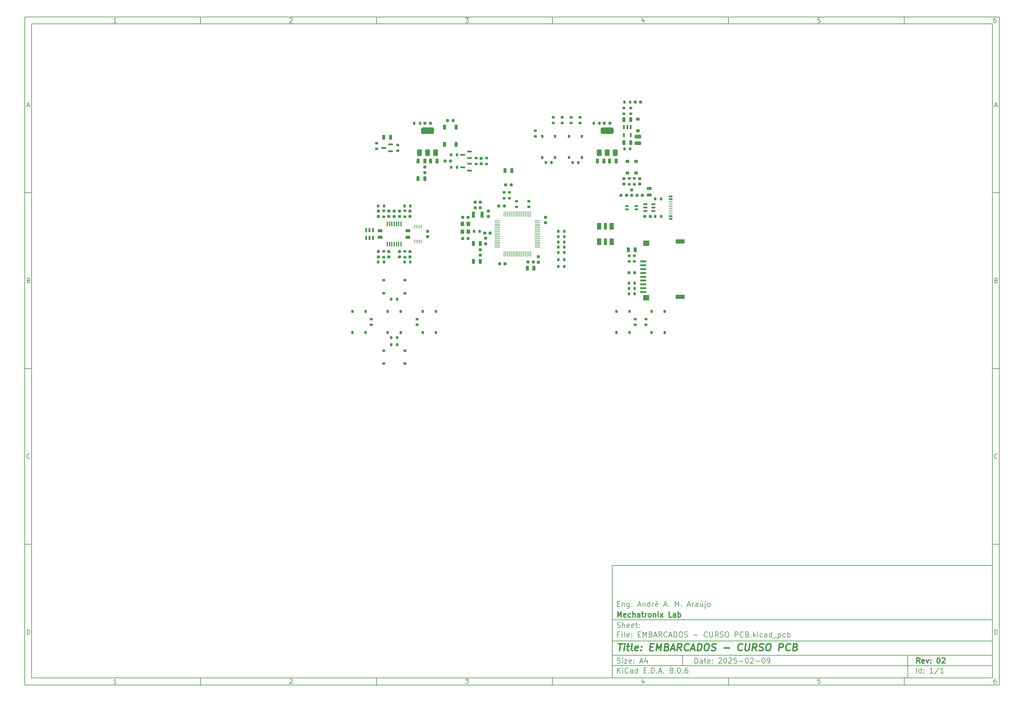
<source format=gbr>
%TF.GenerationSoftware,KiCad,Pcbnew,8.0.6*%
%TF.CreationDate,2025-02-09T14:35:08-03:00*%
%TF.ProjectId,EMBARCADOS - CURSO PCB,454d4241-5243-4414-944f-53202d204355,02*%
%TF.SameCoordinates,Original*%
%TF.FileFunction,Paste,Top*%
%TF.FilePolarity,Positive*%
%FSLAX46Y46*%
G04 Gerber Fmt 4.6, Leading zero omitted, Abs format (unit mm)*
G04 Created by KiCad (PCBNEW 8.0.6) date 2025-02-09 14:35:08*
%MOMM*%
%LPD*%
G01*
G04 APERTURE LIST*
G04 Aperture macros list*
%AMRoundRect*
0 Rectangle with rounded corners*
0 $1 Rounding radius*
0 $2 $3 $4 $5 $6 $7 $8 $9 X,Y pos of 4 corners*
0 Add a 4 corners polygon primitive as box body*
4,1,4,$2,$3,$4,$5,$6,$7,$8,$9,$2,$3,0*
0 Add four circle primitives for the rounded corners*
1,1,$1+$1,$2,$3*
1,1,$1+$1,$4,$5*
1,1,$1+$1,$6,$7*
1,1,$1+$1,$8,$9*
0 Add four rect primitives between the rounded corners*
20,1,$1+$1,$2,$3,$4,$5,0*
20,1,$1+$1,$4,$5,$6,$7,0*
20,1,$1+$1,$6,$7,$8,$9,0*
20,1,$1+$1,$8,$9,$2,$3,0*%
G04 Aperture macros list end*
%ADD10C,0.100000*%
%ADD11C,0.150000*%
%ADD12C,0.300000*%
%ADD13C,0.400000*%
%ADD14R,1.800000X0.600000*%
%ADD15R,1.700000X1.600000*%
%ADD16R,2.500000X1.300000*%
%ADD17RoundRect,0.175000X0.250000X-0.175000X0.250000X0.175000X-0.250000X0.175000X-0.250000X-0.175000X0*%
%ADD18RoundRect,0.200000X0.225000X-0.200000X0.225000X0.200000X-0.225000X0.200000X-0.225000X-0.200000X0*%
%ADD19RoundRect,0.200000X-0.200000X-0.225000X0.200000X-0.225000X0.200000X0.225000X-0.200000X0.225000X0*%
%ADD20RoundRect,0.200000X-0.225000X0.200000X-0.225000X-0.200000X0.225000X-0.200000X0.225000X0.200000X0*%
%ADD21RoundRect,0.175000X0.175000X0.250000X-0.175000X0.250000X-0.175000X-0.250000X0.175000X-0.250000X0*%
%ADD22RoundRect,0.175000X-0.250000X0.175000X-0.250000X-0.175000X0.250000X-0.175000X0.250000X0.175000X0*%
%ADD23RoundRect,0.150000X0.300000X0.150000X-0.300000X0.150000X-0.300000X-0.150000X0.300000X-0.150000X0*%
%ADD24RoundRect,0.200000X-0.350000X0.200000X-0.350000X-0.200000X0.350000X-0.200000X0.350000X0.200000X0*%
%ADD25R,0.150000X1.000000*%
%ADD26RoundRect,0.225000X0.225000X0.450000X-0.225000X0.450000X-0.225000X-0.450000X0.225000X-0.450000X0*%
%ADD27RoundRect,0.175000X-0.175000X-0.250000X0.175000X-0.250000X0.175000X0.250000X-0.175000X0.250000X0*%
%ADD28R,1.140000X0.500000*%
%ADD29R,1.140000X0.200000*%
%ADD30RoundRect,0.350000X0.350000X-0.600000X0.350000X0.600000X-0.350000X0.600000X-0.350000X-0.600000X0*%
%ADD31RoundRect,0.475000X1.375000X-0.475000X1.375000X0.475000X-1.375000X0.475000X-1.375000X-0.475000X0*%
%ADD32RoundRect,0.150000X-0.150000X0.300000X-0.150000X-0.300000X0.150000X-0.300000X0.150000X0.300000X0*%
%ADD33RoundRect,0.150000X0.150000X-0.300000X0.150000X0.300000X-0.150000X0.300000X-0.150000X-0.300000X0*%
%ADD34RoundRect,0.200000X0.200000X0.225000X-0.200000X0.225000X-0.200000X-0.225000X0.200000X-0.225000X0*%
%ADD35RoundRect,0.250000X0.700000X-0.250000X0.700000X0.250000X-0.700000X0.250000X-0.700000X-0.250000X0*%
%ADD36RoundRect,0.225000X0.450000X-0.225000X0.450000X0.225000X-0.450000X0.225000X-0.450000X-0.225000X0*%
%ADD37RoundRect,0.150000X-0.300000X-0.150000X0.300000X-0.150000X0.300000X0.150000X-0.300000X0.150000X0*%
%ADD38RoundRect,0.193750X-0.231250X0.193750X-0.231250X-0.193750X0.231250X-0.193750X0.231250X0.193750X0*%
%ADD39RoundRect,0.050000X-0.675000X-0.050000X0.675000X-0.050000X0.675000X0.050000X-0.675000X0.050000X0*%
%ADD40RoundRect,0.050000X-0.050000X-0.675000X0.050000X-0.675000X0.050000X0.675000X-0.050000X0.675000X0*%
%ADD41RoundRect,0.125000X-0.125000X0.487500X-0.125000X-0.487500X0.125000X-0.487500X0.125000X0.487500X0*%
%ADD42RoundRect,0.193750X0.231250X-0.193750X0.231250X0.193750X-0.231250X0.193750X-0.231250X-0.193750X0*%
%ADD43RoundRect,0.125000X-0.487500X-0.125000X0.487500X-0.125000X0.487500X0.125000X-0.487500X0.125000X0*%
%ADD44RoundRect,0.125000X0.562500X0.125000X-0.562500X0.125000X-0.562500X-0.125000X0.562500X-0.125000X0*%
%ADD45RoundRect,0.193750X-0.193750X-0.231250X0.193750X-0.231250X0.193750X0.231250X-0.193750X0.231250X0*%
%ADD46R,1.300000X1.900000*%
%ADD47R,0.900000X1.900000*%
%ADD48RoundRect,0.125000X0.375000X0.125000X-0.375000X0.125000X-0.375000X-0.125000X0.375000X-0.125000X0*%
%ADD49RoundRect,0.193750X0.193750X0.231250X-0.193750X0.231250X-0.193750X-0.231250X0.193750X-0.231250X0*%
%ADD50RoundRect,0.225000X-0.450000X0.225000X-0.450000X-0.225000X0.450000X-0.225000X0.450000X0.225000X0*%
%ADD51RoundRect,0.080000X-0.320000X0.620000X-0.320000X-0.620000X0.320000X-0.620000X0.320000X0.620000X0*%
%ADD52R,1.100000X1.300000*%
%ADD53R,0.900000X1.700000*%
%ADD54RoundRect,0.225000X-0.225000X-0.450000X0.225000X-0.450000X0.225000X0.450000X-0.225000X0.450000X0*%
%ADD55RoundRect,0.075000X-0.075000X0.612500X-0.075000X-0.612500X0.075000X-0.612500X0.075000X0.612500X0*%
G04 APERTURE END LIST*
D10*
D11*
X177002200Y-166007200D02*
X285002200Y-166007200D01*
X285002200Y-198007200D01*
X177002200Y-198007200D01*
X177002200Y-166007200D01*
D10*
D11*
X10000000Y-10000000D02*
X287002200Y-10000000D01*
X287002200Y-200007200D01*
X10000000Y-200007200D01*
X10000000Y-10000000D01*
D10*
D11*
X12000000Y-12000000D02*
X285002200Y-12000000D01*
X285002200Y-198007200D01*
X12000000Y-198007200D01*
X12000000Y-12000000D01*
D10*
D11*
X60000000Y-12000000D02*
X60000000Y-10000000D01*
D10*
D11*
X110000000Y-12000000D02*
X110000000Y-10000000D01*
D10*
D11*
X160000000Y-12000000D02*
X160000000Y-10000000D01*
D10*
D11*
X210000000Y-12000000D02*
X210000000Y-10000000D01*
D10*
D11*
X260000000Y-12000000D02*
X260000000Y-10000000D01*
D10*
D11*
X36089160Y-11593604D02*
X35346303Y-11593604D01*
X35717731Y-11593604D02*
X35717731Y-10293604D01*
X35717731Y-10293604D02*
X35593922Y-10479319D01*
X35593922Y-10479319D02*
X35470112Y-10603128D01*
X35470112Y-10603128D02*
X35346303Y-10665033D01*
D10*
D11*
X85346303Y-10417414D02*
X85408207Y-10355509D01*
X85408207Y-10355509D02*
X85532017Y-10293604D01*
X85532017Y-10293604D02*
X85841541Y-10293604D01*
X85841541Y-10293604D02*
X85965350Y-10355509D01*
X85965350Y-10355509D02*
X86027255Y-10417414D01*
X86027255Y-10417414D02*
X86089160Y-10541223D01*
X86089160Y-10541223D02*
X86089160Y-10665033D01*
X86089160Y-10665033D02*
X86027255Y-10850747D01*
X86027255Y-10850747D02*
X85284398Y-11593604D01*
X85284398Y-11593604D02*
X86089160Y-11593604D01*
D10*
D11*
X135284398Y-10293604D02*
X136089160Y-10293604D01*
X136089160Y-10293604D02*
X135655826Y-10788842D01*
X135655826Y-10788842D02*
X135841541Y-10788842D01*
X135841541Y-10788842D02*
X135965350Y-10850747D01*
X135965350Y-10850747D02*
X136027255Y-10912652D01*
X136027255Y-10912652D02*
X136089160Y-11036461D01*
X136089160Y-11036461D02*
X136089160Y-11345985D01*
X136089160Y-11345985D02*
X136027255Y-11469795D01*
X136027255Y-11469795D02*
X135965350Y-11531700D01*
X135965350Y-11531700D02*
X135841541Y-11593604D01*
X135841541Y-11593604D02*
X135470112Y-11593604D01*
X135470112Y-11593604D02*
X135346303Y-11531700D01*
X135346303Y-11531700D02*
X135284398Y-11469795D01*
D10*
D11*
X185965350Y-10726938D02*
X185965350Y-11593604D01*
X185655826Y-10231700D02*
X185346303Y-11160271D01*
X185346303Y-11160271D02*
X186151064Y-11160271D01*
D10*
D11*
X236027255Y-10293604D02*
X235408207Y-10293604D01*
X235408207Y-10293604D02*
X235346303Y-10912652D01*
X235346303Y-10912652D02*
X235408207Y-10850747D01*
X235408207Y-10850747D02*
X235532017Y-10788842D01*
X235532017Y-10788842D02*
X235841541Y-10788842D01*
X235841541Y-10788842D02*
X235965350Y-10850747D01*
X235965350Y-10850747D02*
X236027255Y-10912652D01*
X236027255Y-10912652D02*
X236089160Y-11036461D01*
X236089160Y-11036461D02*
X236089160Y-11345985D01*
X236089160Y-11345985D02*
X236027255Y-11469795D01*
X236027255Y-11469795D02*
X235965350Y-11531700D01*
X235965350Y-11531700D02*
X235841541Y-11593604D01*
X235841541Y-11593604D02*
X235532017Y-11593604D01*
X235532017Y-11593604D02*
X235408207Y-11531700D01*
X235408207Y-11531700D02*
X235346303Y-11469795D01*
D10*
D11*
X285965350Y-10293604D02*
X285717731Y-10293604D01*
X285717731Y-10293604D02*
X285593922Y-10355509D01*
X285593922Y-10355509D02*
X285532017Y-10417414D01*
X285532017Y-10417414D02*
X285408207Y-10603128D01*
X285408207Y-10603128D02*
X285346303Y-10850747D01*
X285346303Y-10850747D02*
X285346303Y-11345985D01*
X285346303Y-11345985D02*
X285408207Y-11469795D01*
X285408207Y-11469795D02*
X285470112Y-11531700D01*
X285470112Y-11531700D02*
X285593922Y-11593604D01*
X285593922Y-11593604D02*
X285841541Y-11593604D01*
X285841541Y-11593604D02*
X285965350Y-11531700D01*
X285965350Y-11531700D02*
X286027255Y-11469795D01*
X286027255Y-11469795D02*
X286089160Y-11345985D01*
X286089160Y-11345985D02*
X286089160Y-11036461D01*
X286089160Y-11036461D02*
X286027255Y-10912652D01*
X286027255Y-10912652D02*
X285965350Y-10850747D01*
X285965350Y-10850747D02*
X285841541Y-10788842D01*
X285841541Y-10788842D02*
X285593922Y-10788842D01*
X285593922Y-10788842D02*
X285470112Y-10850747D01*
X285470112Y-10850747D02*
X285408207Y-10912652D01*
X285408207Y-10912652D02*
X285346303Y-11036461D01*
D10*
D11*
X60000000Y-198007200D02*
X60000000Y-200007200D01*
D10*
D11*
X110000000Y-198007200D02*
X110000000Y-200007200D01*
D10*
D11*
X160000000Y-198007200D02*
X160000000Y-200007200D01*
D10*
D11*
X210000000Y-198007200D02*
X210000000Y-200007200D01*
D10*
D11*
X260000000Y-198007200D02*
X260000000Y-200007200D01*
D10*
D11*
X36089160Y-199600804D02*
X35346303Y-199600804D01*
X35717731Y-199600804D02*
X35717731Y-198300804D01*
X35717731Y-198300804D02*
X35593922Y-198486519D01*
X35593922Y-198486519D02*
X35470112Y-198610328D01*
X35470112Y-198610328D02*
X35346303Y-198672233D01*
D10*
D11*
X85346303Y-198424614D02*
X85408207Y-198362709D01*
X85408207Y-198362709D02*
X85532017Y-198300804D01*
X85532017Y-198300804D02*
X85841541Y-198300804D01*
X85841541Y-198300804D02*
X85965350Y-198362709D01*
X85965350Y-198362709D02*
X86027255Y-198424614D01*
X86027255Y-198424614D02*
X86089160Y-198548423D01*
X86089160Y-198548423D02*
X86089160Y-198672233D01*
X86089160Y-198672233D02*
X86027255Y-198857947D01*
X86027255Y-198857947D02*
X85284398Y-199600804D01*
X85284398Y-199600804D02*
X86089160Y-199600804D01*
D10*
D11*
X135284398Y-198300804D02*
X136089160Y-198300804D01*
X136089160Y-198300804D02*
X135655826Y-198796042D01*
X135655826Y-198796042D02*
X135841541Y-198796042D01*
X135841541Y-198796042D02*
X135965350Y-198857947D01*
X135965350Y-198857947D02*
X136027255Y-198919852D01*
X136027255Y-198919852D02*
X136089160Y-199043661D01*
X136089160Y-199043661D02*
X136089160Y-199353185D01*
X136089160Y-199353185D02*
X136027255Y-199476995D01*
X136027255Y-199476995D02*
X135965350Y-199538900D01*
X135965350Y-199538900D02*
X135841541Y-199600804D01*
X135841541Y-199600804D02*
X135470112Y-199600804D01*
X135470112Y-199600804D02*
X135346303Y-199538900D01*
X135346303Y-199538900D02*
X135284398Y-199476995D01*
D10*
D11*
X185965350Y-198734138D02*
X185965350Y-199600804D01*
X185655826Y-198238900D02*
X185346303Y-199167471D01*
X185346303Y-199167471D02*
X186151064Y-199167471D01*
D10*
D11*
X236027255Y-198300804D02*
X235408207Y-198300804D01*
X235408207Y-198300804D02*
X235346303Y-198919852D01*
X235346303Y-198919852D02*
X235408207Y-198857947D01*
X235408207Y-198857947D02*
X235532017Y-198796042D01*
X235532017Y-198796042D02*
X235841541Y-198796042D01*
X235841541Y-198796042D02*
X235965350Y-198857947D01*
X235965350Y-198857947D02*
X236027255Y-198919852D01*
X236027255Y-198919852D02*
X236089160Y-199043661D01*
X236089160Y-199043661D02*
X236089160Y-199353185D01*
X236089160Y-199353185D02*
X236027255Y-199476995D01*
X236027255Y-199476995D02*
X235965350Y-199538900D01*
X235965350Y-199538900D02*
X235841541Y-199600804D01*
X235841541Y-199600804D02*
X235532017Y-199600804D01*
X235532017Y-199600804D02*
X235408207Y-199538900D01*
X235408207Y-199538900D02*
X235346303Y-199476995D01*
D10*
D11*
X285965350Y-198300804D02*
X285717731Y-198300804D01*
X285717731Y-198300804D02*
X285593922Y-198362709D01*
X285593922Y-198362709D02*
X285532017Y-198424614D01*
X285532017Y-198424614D02*
X285408207Y-198610328D01*
X285408207Y-198610328D02*
X285346303Y-198857947D01*
X285346303Y-198857947D02*
X285346303Y-199353185D01*
X285346303Y-199353185D02*
X285408207Y-199476995D01*
X285408207Y-199476995D02*
X285470112Y-199538900D01*
X285470112Y-199538900D02*
X285593922Y-199600804D01*
X285593922Y-199600804D02*
X285841541Y-199600804D01*
X285841541Y-199600804D02*
X285965350Y-199538900D01*
X285965350Y-199538900D02*
X286027255Y-199476995D01*
X286027255Y-199476995D02*
X286089160Y-199353185D01*
X286089160Y-199353185D02*
X286089160Y-199043661D01*
X286089160Y-199043661D02*
X286027255Y-198919852D01*
X286027255Y-198919852D02*
X285965350Y-198857947D01*
X285965350Y-198857947D02*
X285841541Y-198796042D01*
X285841541Y-198796042D02*
X285593922Y-198796042D01*
X285593922Y-198796042D02*
X285470112Y-198857947D01*
X285470112Y-198857947D02*
X285408207Y-198919852D01*
X285408207Y-198919852D02*
X285346303Y-199043661D01*
D10*
D11*
X10000000Y-60000000D02*
X12000000Y-60000000D01*
D10*
D11*
X10000000Y-110000000D02*
X12000000Y-110000000D01*
D10*
D11*
X10000000Y-160000000D02*
X12000000Y-160000000D01*
D10*
D11*
X10690476Y-35222176D02*
X11309523Y-35222176D01*
X10566666Y-35593604D02*
X10999999Y-34293604D01*
X10999999Y-34293604D02*
X11433333Y-35593604D01*
D10*
D11*
X11092857Y-84912652D02*
X11278571Y-84974557D01*
X11278571Y-84974557D02*
X11340476Y-85036461D01*
X11340476Y-85036461D02*
X11402380Y-85160271D01*
X11402380Y-85160271D02*
X11402380Y-85345985D01*
X11402380Y-85345985D02*
X11340476Y-85469795D01*
X11340476Y-85469795D02*
X11278571Y-85531700D01*
X11278571Y-85531700D02*
X11154761Y-85593604D01*
X11154761Y-85593604D02*
X10659523Y-85593604D01*
X10659523Y-85593604D02*
X10659523Y-84293604D01*
X10659523Y-84293604D02*
X11092857Y-84293604D01*
X11092857Y-84293604D02*
X11216666Y-84355509D01*
X11216666Y-84355509D02*
X11278571Y-84417414D01*
X11278571Y-84417414D02*
X11340476Y-84541223D01*
X11340476Y-84541223D02*
X11340476Y-84665033D01*
X11340476Y-84665033D02*
X11278571Y-84788842D01*
X11278571Y-84788842D02*
X11216666Y-84850747D01*
X11216666Y-84850747D02*
X11092857Y-84912652D01*
X11092857Y-84912652D02*
X10659523Y-84912652D01*
D10*
D11*
X11402380Y-135469795D02*
X11340476Y-135531700D01*
X11340476Y-135531700D02*
X11154761Y-135593604D01*
X11154761Y-135593604D02*
X11030952Y-135593604D01*
X11030952Y-135593604D02*
X10845238Y-135531700D01*
X10845238Y-135531700D02*
X10721428Y-135407890D01*
X10721428Y-135407890D02*
X10659523Y-135284080D01*
X10659523Y-135284080D02*
X10597619Y-135036461D01*
X10597619Y-135036461D02*
X10597619Y-134850747D01*
X10597619Y-134850747D02*
X10659523Y-134603128D01*
X10659523Y-134603128D02*
X10721428Y-134479319D01*
X10721428Y-134479319D02*
X10845238Y-134355509D01*
X10845238Y-134355509D02*
X11030952Y-134293604D01*
X11030952Y-134293604D02*
X11154761Y-134293604D01*
X11154761Y-134293604D02*
X11340476Y-134355509D01*
X11340476Y-134355509D02*
X11402380Y-134417414D01*
D10*
D11*
X10659523Y-185593604D02*
X10659523Y-184293604D01*
X10659523Y-184293604D02*
X10969047Y-184293604D01*
X10969047Y-184293604D02*
X11154761Y-184355509D01*
X11154761Y-184355509D02*
X11278571Y-184479319D01*
X11278571Y-184479319D02*
X11340476Y-184603128D01*
X11340476Y-184603128D02*
X11402380Y-184850747D01*
X11402380Y-184850747D02*
X11402380Y-185036461D01*
X11402380Y-185036461D02*
X11340476Y-185284080D01*
X11340476Y-185284080D02*
X11278571Y-185407890D01*
X11278571Y-185407890D02*
X11154761Y-185531700D01*
X11154761Y-185531700D02*
X10969047Y-185593604D01*
X10969047Y-185593604D02*
X10659523Y-185593604D01*
D10*
D11*
X287002200Y-60000000D02*
X285002200Y-60000000D01*
D10*
D11*
X287002200Y-110000000D02*
X285002200Y-110000000D01*
D10*
D11*
X287002200Y-160000000D02*
X285002200Y-160000000D01*
D10*
D11*
X285692676Y-35222176D02*
X286311723Y-35222176D01*
X285568866Y-35593604D02*
X286002199Y-34293604D01*
X286002199Y-34293604D02*
X286435533Y-35593604D01*
D10*
D11*
X286095057Y-84912652D02*
X286280771Y-84974557D01*
X286280771Y-84974557D02*
X286342676Y-85036461D01*
X286342676Y-85036461D02*
X286404580Y-85160271D01*
X286404580Y-85160271D02*
X286404580Y-85345985D01*
X286404580Y-85345985D02*
X286342676Y-85469795D01*
X286342676Y-85469795D02*
X286280771Y-85531700D01*
X286280771Y-85531700D02*
X286156961Y-85593604D01*
X286156961Y-85593604D02*
X285661723Y-85593604D01*
X285661723Y-85593604D02*
X285661723Y-84293604D01*
X285661723Y-84293604D02*
X286095057Y-84293604D01*
X286095057Y-84293604D02*
X286218866Y-84355509D01*
X286218866Y-84355509D02*
X286280771Y-84417414D01*
X286280771Y-84417414D02*
X286342676Y-84541223D01*
X286342676Y-84541223D02*
X286342676Y-84665033D01*
X286342676Y-84665033D02*
X286280771Y-84788842D01*
X286280771Y-84788842D02*
X286218866Y-84850747D01*
X286218866Y-84850747D02*
X286095057Y-84912652D01*
X286095057Y-84912652D02*
X285661723Y-84912652D01*
D10*
D11*
X286404580Y-135469795D02*
X286342676Y-135531700D01*
X286342676Y-135531700D02*
X286156961Y-135593604D01*
X286156961Y-135593604D02*
X286033152Y-135593604D01*
X286033152Y-135593604D02*
X285847438Y-135531700D01*
X285847438Y-135531700D02*
X285723628Y-135407890D01*
X285723628Y-135407890D02*
X285661723Y-135284080D01*
X285661723Y-135284080D02*
X285599819Y-135036461D01*
X285599819Y-135036461D02*
X285599819Y-134850747D01*
X285599819Y-134850747D02*
X285661723Y-134603128D01*
X285661723Y-134603128D02*
X285723628Y-134479319D01*
X285723628Y-134479319D02*
X285847438Y-134355509D01*
X285847438Y-134355509D02*
X286033152Y-134293604D01*
X286033152Y-134293604D02*
X286156961Y-134293604D01*
X286156961Y-134293604D02*
X286342676Y-134355509D01*
X286342676Y-134355509D02*
X286404580Y-134417414D01*
D10*
D11*
X285661723Y-185593604D02*
X285661723Y-184293604D01*
X285661723Y-184293604D02*
X285971247Y-184293604D01*
X285971247Y-184293604D02*
X286156961Y-184355509D01*
X286156961Y-184355509D02*
X286280771Y-184479319D01*
X286280771Y-184479319D02*
X286342676Y-184603128D01*
X286342676Y-184603128D02*
X286404580Y-184850747D01*
X286404580Y-184850747D02*
X286404580Y-185036461D01*
X286404580Y-185036461D02*
X286342676Y-185284080D01*
X286342676Y-185284080D02*
X286280771Y-185407890D01*
X286280771Y-185407890D02*
X286156961Y-185531700D01*
X286156961Y-185531700D02*
X285971247Y-185593604D01*
X285971247Y-185593604D02*
X285661723Y-185593604D01*
D10*
D11*
X200458026Y-193793328D02*
X200458026Y-192293328D01*
X200458026Y-192293328D02*
X200815169Y-192293328D01*
X200815169Y-192293328D02*
X201029455Y-192364757D01*
X201029455Y-192364757D02*
X201172312Y-192507614D01*
X201172312Y-192507614D02*
X201243741Y-192650471D01*
X201243741Y-192650471D02*
X201315169Y-192936185D01*
X201315169Y-192936185D02*
X201315169Y-193150471D01*
X201315169Y-193150471D02*
X201243741Y-193436185D01*
X201243741Y-193436185D02*
X201172312Y-193579042D01*
X201172312Y-193579042D02*
X201029455Y-193721900D01*
X201029455Y-193721900D02*
X200815169Y-193793328D01*
X200815169Y-193793328D02*
X200458026Y-193793328D01*
X202600884Y-193793328D02*
X202600884Y-193007614D01*
X202600884Y-193007614D02*
X202529455Y-192864757D01*
X202529455Y-192864757D02*
X202386598Y-192793328D01*
X202386598Y-192793328D02*
X202100884Y-192793328D01*
X202100884Y-192793328D02*
X201958026Y-192864757D01*
X202600884Y-193721900D02*
X202458026Y-193793328D01*
X202458026Y-193793328D02*
X202100884Y-193793328D01*
X202100884Y-193793328D02*
X201958026Y-193721900D01*
X201958026Y-193721900D02*
X201886598Y-193579042D01*
X201886598Y-193579042D02*
X201886598Y-193436185D01*
X201886598Y-193436185D02*
X201958026Y-193293328D01*
X201958026Y-193293328D02*
X202100884Y-193221900D01*
X202100884Y-193221900D02*
X202458026Y-193221900D01*
X202458026Y-193221900D02*
X202600884Y-193150471D01*
X203100884Y-192793328D02*
X203672312Y-192793328D01*
X203315169Y-192293328D02*
X203315169Y-193579042D01*
X203315169Y-193579042D02*
X203386598Y-193721900D01*
X203386598Y-193721900D02*
X203529455Y-193793328D01*
X203529455Y-193793328D02*
X203672312Y-193793328D01*
X204743741Y-193721900D02*
X204600884Y-193793328D01*
X204600884Y-193793328D02*
X204315170Y-193793328D01*
X204315170Y-193793328D02*
X204172312Y-193721900D01*
X204172312Y-193721900D02*
X204100884Y-193579042D01*
X204100884Y-193579042D02*
X204100884Y-193007614D01*
X204100884Y-193007614D02*
X204172312Y-192864757D01*
X204172312Y-192864757D02*
X204315170Y-192793328D01*
X204315170Y-192793328D02*
X204600884Y-192793328D01*
X204600884Y-192793328D02*
X204743741Y-192864757D01*
X204743741Y-192864757D02*
X204815170Y-193007614D01*
X204815170Y-193007614D02*
X204815170Y-193150471D01*
X204815170Y-193150471D02*
X204100884Y-193293328D01*
X205458026Y-193650471D02*
X205529455Y-193721900D01*
X205529455Y-193721900D02*
X205458026Y-193793328D01*
X205458026Y-193793328D02*
X205386598Y-193721900D01*
X205386598Y-193721900D02*
X205458026Y-193650471D01*
X205458026Y-193650471D02*
X205458026Y-193793328D01*
X205458026Y-192864757D02*
X205529455Y-192936185D01*
X205529455Y-192936185D02*
X205458026Y-193007614D01*
X205458026Y-193007614D02*
X205386598Y-192936185D01*
X205386598Y-192936185D02*
X205458026Y-192864757D01*
X205458026Y-192864757D02*
X205458026Y-193007614D01*
X207243741Y-192436185D02*
X207315169Y-192364757D01*
X207315169Y-192364757D02*
X207458027Y-192293328D01*
X207458027Y-192293328D02*
X207815169Y-192293328D01*
X207815169Y-192293328D02*
X207958027Y-192364757D01*
X207958027Y-192364757D02*
X208029455Y-192436185D01*
X208029455Y-192436185D02*
X208100884Y-192579042D01*
X208100884Y-192579042D02*
X208100884Y-192721900D01*
X208100884Y-192721900D02*
X208029455Y-192936185D01*
X208029455Y-192936185D02*
X207172312Y-193793328D01*
X207172312Y-193793328D02*
X208100884Y-193793328D01*
X209029455Y-192293328D02*
X209172312Y-192293328D01*
X209172312Y-192293328D02*
X209315169Y-192364757D01*
X209315169Y-192364757D02*
X209386598Y-192436185D01*
X209386598Y-192436185D02*
X209458026Y-192579042D01*
X209458026Y-192579042D02*
X209529455Y-192864757D01*
X209529455Y-192864757D02*
X209529455Y-193221900D01*
X209529455Y-193221900D02*
X209458026Y-193507614D01*
X209458026Y-193507614D02*
X209386598Y-193650471D01*
X209386598Y-193650471D02*
X209315169Y-193721900D01*
X209315169Y-193721900D02*
X209172312Y-193793328D01*
X209172312Y-193793328D02*
X209029455Y-193793328D01*
X209029455Y-193793328D02*
X208886598Y-193721900D01*
X208886598Y-193721900D02*
X208815169Y-193650471D01*
X208815169Y-193650471D02*
X208743740Y-193507614D01*
X208743740Y-193507614D02*
X208672312Y-193221900D01*
X208672312Y-193221900D02*
X208672312Y-192864757D01*
X208672312Y-192864757D02*
X208743740Y-192579042D01*
X208743740Y-192579042D02*
X208815169Y-192436185D01*
X208815169Y-192436185D02*
X208886598Y-192364757D01*
X208886598Y-192364757D02*
X209029455Y-192293328D01*
X210100883Y-192436185D02*
X210172311Y-192364757D01*
X210172311Y-192364757D02*
X210315169Y-192293328D01*
X210315169Y-192293328D02*
X210672311Y-192293328D01*
X210672311Y-192293328D02*
X210815169Y-192364757D01*
X210815169Y-192364757D02*
X210886597Y-192436185D01*
X210886597Y-192436185D02*
X210958026Y-192579042D01*
X210958026Y-192579042D02*
X210958026Y-192721900D01*
X210958026Y-192721900D02*
X210886597Y-192936185D01*
X210886597Y-192936185D02*
X210029454Y-193793328D01*
X210029454Y-193793328D02*
X210958026Y-193793328D01*
X212315168Y-192293328D02*
X211600882Y-192293328D01*
X211600882Y-192293328D02*
X211529454Y-193007614D01*
X211529454Y-193007614D02*
X211600882Y-192936185D01*
X211600882Y-192936185D02*
X211743740Y-192864757D01*
X211743740Y-192864757D02*
X212100882Y-192864757D01*
X212100882Y-192864757D02*
X212243740Y-192936185D01*
X212243740Y-192936185D02*
X212315168Y-193007614D01*
X212315168Y-193007614D02*
X212386597Y-193150471D01*
X212386597Y-193150471D02*
X212386597Y-193507614D01*
X212386597Y-193507614D02*
X212315168Y-193650471D01*
X212315168Y-193650471D02*
X212243740Y-193721900D01*
X212243740Y-193721900D02*
X212100882Y-193793328D01*
X212100882Y-193793328D02*
X211743740Y-193793328D01*
X211743740Y-193793328D02*
X211600882Y-193721900D01*
X211600882Y-193721900D02*
X211529454Y-193650471D01*
X213029453Y-193221900D02*
X214172311Y-193221900D01*
X215172311Y-192293328D02*
X215315168Y-192293328D01*
X215315168Y-192293328D02*
X215458025Y-192364757D01*
X215458025Y-192364757D02*
X215529454Y-192436185D01*
X215529454Y-192436185D02*
X215600882Y-192579042D01*
X215600882Y-192579042D02*
X215672311Y-192864757D01*
X215672311Y-192864757D02*
X215672311Y-193221900D01*
X215672311Y-193221900D02*
X215600882Y-193507614D01*
X215600882Y-193507614D02*
X215529454Y-193650471D01*
X215529454Y-193650471D02*
X215458025Y-193721900D01*
X215458025Y-193721900D02*
X215315168Y-193793328D01*
X215315168Y-193793328D02*
X215172311Y-193793328D01*
X215172311Y-193793328D02*
X215029454Y-193721900D01*
X215029454Y-193721900D02*
X214958025Y-193650471D01*
X214958025Y-193650471D02*
X214886596Y-193507614D01*
X214886596Y-193507614D02*
X214815168Y-193221900D01*
X214815168Y-193221900D02*
X214815168Y-192864757D01*
X214815168Y-192864757D02*
X214886596Y-192579042D01*
X214886596Y-192579042D02*
X214958025Y-192436185D01*
X214958025Y-192436185D02*
X215029454Y-192364757D01*
X215029454Y-192364757D02*
X215172311Y-192293328D01*
X216243739Y-192436185D02*
X216315167Y-192364757D01*
X216315167Y-192364757D02*
X216458025Y-192293328D01*
X216458025Y-192293328D02*
X216815167Y-192293328D01*
X216815167Y-192293328D02*
X216958025Y-192364757D01*
X216958025Y-192364757D02*
X217029453Y-192436185D01*
X217029453Y-192436185D02*
X217100882Y-192579042D01*
X217100882Y-192579042D02*
X217100882Y-192721900D01*
X217100882Y-192721900D02*
X217029453Y-192936185D01*
X217029453Y-192936185D02*
X216172310Y-193793328D01*
X216172310Y-193793328D02*
X217100882Y-193793328D01*
X217743738Y-193221900D02*
X218886596Y-193221900D01*
X219886596Y-192293328D02*
X220029453Y-192293328D01*
X220029453Y-192293328D02*
X220172310Y-192364757D01*
X220172310Y-192364757D02*
X220243739Y-192436185D01*
X220243739Y-192436185D02*
X220315167Y-192579042D01*
X220315167Y-192579042D02*
X220386596Y-192864757D01*
X220386596Y-192864757D02*
X220386596Y-193221900D01*
X220386596Y-193221900D02*
X220315167Y-193507614D01*
X220315167Y-193507614D02*
X220243739Y-193650471D01*
X220243739Y-193650471D02*
X220172310Y-193721900D01*
X220172310Y-193721900D02*
X220029453Y-193793328D01*
X220029453Y-193793328D02*
X219886596Y-193793328D01*
X219886596Y-193793328D02*
X219743739Y-193721900D01*
X219743739Y-193721900D02*
X219672310Y-193650471D01*
X219672310Y-193650471D02*
X219600881Y-193507614D01*
X219600881Y-193507614D02*
X219529453Y-193221900D01*
X219529453Y-193221900D02*
X219529453Y-192864757D01*
X219529453Y-192864757D02*
X219600881Y-192579042D01*
X219600881Y-192579042D02*
X219672310Y-192436185D01*
X219672310Y-192436185D02*
X219743739Y-192364757D01*
X219743739Y-192364757D02*
X219886596Y-192293328D01*
X221100881Y-193793328D02*
X221386595Y-193793328D01*
X221386595Y-193793328D02*
X221529452Y-193721900D01*
X221529452Y-193721900D02*
X221600881Y-193650471D01*
X221600881Y-193650471D02*
X221743738Y-193436185D01*
X221743738Y-193436185D02*
X221815167Y-193150471D01*
X221815167Y-193150471D02*
X221815167Y-192579042D01*
X221815167Y-192579042D02*
X221743738Y-192436185D01*
X221743738Y-192436185D02*
X221672310Y-192364757D01*
X221672310Y-192364757D02*
X221529452Y-192293328D01*
X221529452Y-192293328D02*
X221243738Y-192293328D01*
X221243738Y-192293328D02*
X221100881Y-192364757D01*
X221100881Y-192364757D02*
X221029452Y-192436185D01*
X221029452Y-192436185D02*
X220958024Y-192579042D01*
X220958024Y-192579042D02*
X220958024Y-192936185D01*
X220958024Y-192936185D02*
X221029452Y-193079042D01*
X221029452Y-193079042D02*
X221100881Y-193150471D01*
X221100881Y-193150471D02*
X221243738Y-193221900D01*
X221243738Y-193221900D02*
X221529452Y-193221900D01*
X221529452Y-193221900D02*
X221672310Y-193150471D01*
X221672310Y-193150471D02*
X221743738Y-193079042D01*
X221743738Y-193079042D02*
X221815167Y-192936185D01*
D10*
D11*
X177002200Y-194507200D02*
X285002200Y-194507200D01*
D10*
D11*
X178458026Y-196593328D02*
X178458026Y-195093328D01*
X179315169Y-196593328D02*
X178672312Y-195736185D01*
X179315169Y-195093328D02*
X178458026Y-195950471D01*
X179958026Y-196593328D02*
X179958026Y-195593328D01*
X179958026Y-195093328D02*
X179886598Y-195164757D01*
X179886598Y-195164757D02*
X179958026Y-195236185D01*
X179958026Y-195236185D02*
X180029455Y-195164757D01*
X180029455Y-195164757D02*
X179958026Y-195093328D01*
X179958026Y-195093328D02*
X179958026Y-195236185D01*
X181529455Y-196450471D02*
X181458027Y-196521900D01*
X181458027Y-196521900D02*
X181243741Y-196593328D01*
X181243741Y-196593328D02*
X181100884Y-196593328D01*
X181100884Y-196593328D02*
X180886598Y-196521900D01*
X180886598Y-196521900D02*
X180743741Y-196379042D01*
X180743741Y-196379042D02*
X180672312Y-196236185D01*
X180672312Y-196236185D02*
X180600884Y-195950471D01*
X180600884Y-195950471D02*
X180600884Y-195736185D01*
X180600884Y-195736185D02*
X180672312Y-195450471D01*
X180672312Y-195450471D02*
X180743741Y-195307614D01*
X180743741Y-195307614D02*
X180886598Y-195164757D01*
X180886598Y-195164757D02*
X181100884Y-195093328D01*
X181100884Y-195093328D02*
X181243741Y-195093328D01*
X181243741Y-195093328D02*
X181458027Y-195164757D01*
X181458027Y-195164757D02*
X181529455Y-195236185D01*
X182815170Y-196593328D02*
X182815170Y-195807614D01*
X182815170Y-195807614D02*
X182743741Y-195664757D01*
X182743741Y-195664757D02*
X182600884Y-195593328D01*
X182600884Y-195593328D02*
X182315170Y-195593328D01*
X182315170Y-195593328D02*
X182172312Y-195664757D01*
X182815170Y-196521900D02*
X182672312Y-196593328D01*
X182672312Y-196593328D02*
X182315170Y-196593328D01*
X182315170Y-196593328D02*
X182172312Y-196521900D01*
X182172312Y-196521900D02*
X182100884Y-196379042D01*
X182100884Y-196379042D02*
X182100884Y-196236185D01*
X182100884Y-196236185D02*
X182172312Y-196093328D01*
X182172312Y-196093328D02*
X182315170Y-196021900D01*
X182315170Y-196021900D02*
X182672312Y-196021900D01*
X182672312Y-196021900D02*
X182815170Y-195950471D01*
X184172313Y-196593328D02*
X184172313Y-195093328D01*
X184172313Y-196521900D02*
X184029455Y-196593328D01*
X184029455Y-196593328D02*
X183743741Y-196593328D01*
X183743741Y-196593328D02*
X183600884Y-196521900D01*
X183600884Y-196521900D02*
X183529455Y-196450471D01*
X183529455Y-196450471D02*
X183458027Y-196307614D01*
X183458027Y-196307614D02*
X183458027Y-195879042D01*
X183458027Y-195879042D02*
X183529455Y-195736185D01*
X183529455Y-195736185D02*
X183600884Y-195664757D01*
X183600884Y-195664757D02*
X183743741Y-195593328D01*
X183743741Y-195593328D02*
X184029455Y-195593328D01*
X184029455Y-195593328D02*
X184172313Y-195664757D01*
X186029455Y-195807614D02*
X186529455Y-195807614D01*
X186743741Y-196593328D02*
X186029455Y-196593328D01*
X186029455Y-196593328D02*
X186029455Y-195093328D01*
X186029455Y-195093328D02*
X186743741Y-195093328D01*
X187386598Y-196450471D02*
X187458027Y-196521900D01*
X187458027Y-196521900D02*
X187386598Y-196593328D01*
X187386598Y-196593328D02*
X187315170Y-196521900D01*
X187315170Y-196521900D02*
X187386598Y-196450471D01*
X187386598Y-196450471D02*
X187386598Y-196593328D01*
X188100884Y-196593328D02*
X188100884Y-195093328D01*
X188100884Y-195093328D02*
X188458027Y-195093328D01*
X188458027Y-195093328D02*
X188672313Y-195164757D01*
X188672313Y-195164757D02*
X188815170Y-195307614D01*
X188815170Y-195307614D02*
X188886599Y-195450471D01*
X188886599Y-195450471D02*
X188958027Y-195736185D01*
X188958027Y-195736185D02*
X188958027Y-195950471D01*
X188958027Y-195950471D02*
X188886599Y-196236185D01*
X188886599Y-196236185D02*
X188815170Y-196379042D01*
X188815170Y-196379042D02*
X188672313Y-196521900D01*
X188672313Y-196521900D02*
X188458027Y-196593328D01*
X188458027Y-196593328D02*
X188100884Y-196593328D01*
X189600884Y-196450471D02*
X189672313Y-196521900D01*
X189672313Y-196521900D02*
X189600884Y-196593328D01*
X189600884Y-196593328D02*
X189529456Y-196521900D01*
X189529456Y-196521900D02*
X189600884Y-196450471D01*
X189600884Y-196450471D02*
X189600884Y-196593328D01*
X190243742Y-196164757D02*
X190958028Y-196164757D01*
X190100885Y-196593328D02*
X190600885Y-195093328D01*
X190600885Y-195093328D02*
X191100885Y-196593328D01*
X191600884Y-196450471D02*
X191672313Y-196521900D01*
X191672313Y-196521900D02*
X191600884Y-196593328D01*
X191600884Y-196593328D02*
X191529456Y-196521900D01*
X191529456Y-196521900D02*
X191600884Y-196450471D01*
X191600884Y-196450471D02*
X191600884Y-196593328D01*
X193672313Y-195736185D02*
X193529456Y-195664757D01*
X193529456Y-195664757D02*
X193458027Y-195593328D01*
X193458027Y-195593328D02*
X193386599Y-195450471D01*
X193386599Y-195450471D02*
X193386599Y-195379042D01*
X193386599Y-195379042D02*
X193458027Y-195236185D01*
X193458027Y-195236185D02*
X193529456Y-195164757D01*
X193529456Y-195164757D02*
X193672313Y-195093328D01*
X193672313Y-195093328D02*
X193958027Y-195093328D01*
X193958027Y-195093328D02*
X194100885Y-195164757D01*
X194100885Y-195164757D02*
X194172313Y-195236185D01*
X194172313Y-195236185D02*
X194243742Y-195379042D01*
X194243742Y-195379042D02*
X194243742Y-195450471D01*
X194243742Y-195450471D02*
X194172313Y-195593328D01*
X194172313Y-195593328D02*
X194100885Y-195664757D01*
X194100885Y-195664757D02*
X193958027Y-195736185D01*
X193958027Y-195736185D02*
X193672313Y-195736185D01*
X193672313Y-195736185D02*
X193529456Y-195807614D01*
X193529456Y-195807614D02*
X193458027Y-195879042D01*
X193458027Y-195879042D02*
X193386599Y-196021900D01*
X193386599Y-196021900D02*
X193386599Y-196307614D01*
X193386599Y-196307614D02*
X193458027Y-196450471D01*
X193458027Y-196450471D02*
X193529456Y-196521900D01*
X193529456Y-196521900D02*
X193672313Y-196593328D01*
X193672313Y-196593328D02*
X193958027Y-196593328D01*
X193958027Y-196593328D02*
X194100885Y-196521900D01*
X194100885Y-196521900D02*
X194172313Y-196450471D01*
X194172313Y-196450471D02*
X194243742Y-196307614D01*
X194243742Y-196307614D02*
X194243742Y-196021900D01*
X194243742Y-196021900D02*
X194172313Y-195879042D01*
X194172313Y-195879042D02*
X194100885Y-195807614D01*
X194100885Y-195807614D02*
X193958027Y-195736185D01*
X194886598Y-196450471D02*
X194958027Y-196521900D01*
X194958027Y-196521900D02*
X194886598Y-196593328D01*
X194886598Y-196593328D02*
X194815170Y-196521900D01*
X194815170Y-196521900D02*
X194886598Y-196450471D01*
X194886598Y-196450471D02*
X194886598Y-196593328D01*
X195886599Y-195093328D02*
X196029456Y-195093328D01*
X196029456Y-195093328D02*
X196172313Y-195164757D01*
X196172313Y-195164757D02*
X196243742Y-195236185D01*
X196243742Y-195236185D02*
X196315170Y-195379042D01*
X196315170Y-195379042D02*
X196386599Y-195664757D01*
X196386599Y-195664757D02*
X196386599Y-196021900D01*
X196386599Y-196021900D02*
X196315170Y-196307614D01*
X196315170Y-196307614D02*
X196243742Y-196450471D01*
X196243742Y-196450471D02*
X196172313Y-196521900D01*
X196172313Y-196521900D02*
X196029456Y-196593328D01*
X196029456Y-196593328D02*
X195886599Y-196593328D01*
X195886599Y-196593328D02*
X195743742Y-196521900D01*
X195743742Y-196521900D02*
X195672313Y-196450471D01*
X195672313Y-196450471D02*
X195600884Y-196307614D01*
X195600884Y-196307614D02*
X195529456Y-196021900D01*
X195529456Y-196021900D02*
X195529456Y-195664757D01*
X195529456Y-195664757D02*
X195600884Y-195379042D01*
X195600884Y-195379042D02*
X195672313Y-195236185D01*
X195672313Y-195236185D02*
X195743742Y-195164757D01*
X195743742Y-195164757D02*
X195886599Y-195093328D01*
X197029455Y-196450471D02*
X197100884Y-196521900D01*
X197100884Y-196521900D02*
X197029455Y-196593328D01*
X197029455Y-196593328D02*
X196958027Y-196521900D01*
X196958027Y-196521900D02*
X197029455Y-196450471D01*
X197029455Y-196450471D02*
X197029455Y-196593328D01*
X198386599Y-195093328D02*
X198100884Y-195093328D01*
X198100884Y-195093328D02*
X197958027Y-195164757D01*
X197958027Y-195164757D02*
X197886599Y-195236185D01*
X197886599Y-195236185D02*
X197743741Y-195450471D01*
X197743741Y-195450471D02*
X197672313Y-195736185D01*
X197672313Y-195736185D02*
X197672313Y-196307614D01*
X197672313Y-196307614D02*
X197743741Y-196450471D01*
X197743741Y-196450471D02*
X197815170Y-196521900D01*
X197815170Y-196521900D02*
X197958027Y-196593328D01*
X197958027Y-196593328D02*
X198243741Y-196593328D01*
X198243741Y-196593328D02*
X198386599Y-196521900D01*
X198386599Y-196521900D02*
X198458027Y-196450471D01*
X198458027Y-196450471D02*
X198529456Y-196307614D01*
X198529456Y-196307614D02*
X198529456Y-195950471D01*
X198529456Y-195950471D02*
X198458027Y-195807614D01*
X198458027Y-195807614D02*
X198386599Y-195736185D01*
X198386599Y-195736185D02*
X198243741Y-195664757D01*
X198243741Y-195664757D02*
X197958027Y-195664757D01*
X197958027Y-195664757D02*
X197815170Y-195736185D01*
X197815170Y-195736185D02*
X197743741Y-195807614D01*
X197743741Y-195807614D02*
X197672313Y-195950471D01*
D10*
D11*
X177002200Y-191507200D02*
X285002200Y-191507200D01*
D10*
D12*
X264413853Y-193785528D02*
X263913853Y-193071242D01*
X263556710Y-193785528D02*
X263556710Y-192285528D01*
X263556710Y-192285528D02*
X264128139Y-192285528D01*
X264128139Y-192285528D02*
X264270996Y-192356957D01*
X264270996Y-192356957D02*
X264342425Y-192428385D01*
X264342425Y-192428385D02*
X264413853Y-192571242D01*
X264413853Y-192571242D02*
X264413853Y-192785528D01*
X264413853Y-192785528D02*
X264342425Y-192928385D01*
X264342425Y-192928385D02*
X264270996Y-192999814D01*
X264270996Y-192999814D02*
X264128139Y-193071242D01*
X264128139Y-193071242D02*
X263556710Y-193071242D01*
X265628139Y-193714100D02*
X265485282Y-193785528D01*
X265485282Y-193785528D02*
X265199568Y-193785528D01*
X265199568Y-193785528D02*
X265056710Y-193714100D01*
X265056710Y-193714100D02*
X264985282Y-193571242D01*
X264985282Y-193571242D02*
X264985282Y-192999814D01*
X264985282Y-192999814D02*
X265056710Y-192856957D01*
X265056710Y-192856957D02*
X265199568Y-192785528D01*
X265199568Y-192785528D02*
X265485282Y-192785528D01*
X265485282Y-192785528D02*
X265628139Y-192856957D01*
X265628139Y-192856957D02*
X265699568Y-192999814D01*
X265699568Y-192999814D02*
X265699568Y-193142671D01*
X265699568Y-193142671D02*
X264985282Y-193285528D01*
X266199567Y-192785528D02*
X266556710Y-193785528D01*
X266556710Y-193785528D02*
X266913853Y-192785528D01*
X267485281Y-193642671D02*
X267556710Y-193714100D01*
X267556710Y-193714100D02*
X267485281Y-193785528D01*
X267485281Y-193785528D02*
X267413853Y-193714100D01*
X267413853Y-193714100D02*
X267485281Y-193642671D01*
X267485281Y-193642671D02*
X267485281Y-193785528D01*
X267485281Y-192856957D02*
X267556710Y-192928385D01*
X267556710Y-192928385D02*
X267485281Y-192999814D01*
X267485281Y-192999814D02*
X267413853Y-192928385D01*
X267413853Y-192928385D02*
X267485281Y-192856957D01*
X267485281Y-192856957D02*
X267485281Y-192999814D01*
X269628139Y-192285528D02*
X269770996Y-192285528D01*
X269770996Y-192285528D02*
X269913853Y-192356957D01*
X269913853Y-192356957D02*
X269985282Y-192428385D01*
X269985282Y-192428385D02*
X270056710Y-192571242D01*
X270056710Y-192571242D02*
X270128139Y-192856957D01*
X270128139Y-192856957D02*
X270128139Y-193214100D01*
X270128139Y-193214100D02*
X270056710Y-193499814D01*
X270056710Y-193499814D02*
X269985282Y-193642671D01*
X269985282Y-193642671D02*
X269913853Y-193714100D01*
X269913853Y-193714100D02*
X269770996Y-193785528D01*
X269770996Y-193785528D02*
X269628139Y-193785528D01*
X269628139Y-193785528D02*
X269485282Y-193714100D01*
X269485282Y-193714100D02*
X269413853Y-193642671D01*
X269413853Y-193642671D02*
X269342424Y-193499814D01*
X269342424Y-193499814D02*
X269270996Y-193214100D01*
X269270996Y-193214100D02*
X269270996Y-192856957D01*
X269270996Y-192856957D02*
X269342424Y-192571242D01*
X269342424Y-192571242D02*
X269413853Y-192428385D01*
X269413853Y-192428385D02*
X269485282Y-192356957D01*
X269485282Y-192356957D02*
X269628139Y-192285528D01*
X270699567Y-192428385D02*
X270770995Y-192356957D01*
X270770995Y-192356957D02*
X270913853Y-192285528D01*
X270913853Y-192285528D02*
X271270995Y-192285528D01*
X271270995Y-192285528D02*
X271413853Y-192356957D01*
X271413853Y-192356957D02*
X271485281Y-192428385D01*
X271485281Y-192428385D02*
X271556710Y-192571242D01*
X271556710Y-192571242D02*
X271556710Y-192714100D01*
X271556710Y-192714100D02*
X271485281Y-192928385D01*
X271485281Y-192928385D02*
X270628138Y-193785528D01*
X270628138Y-193785528D02*
X271556710Y-193785528D01*
D10*
D11*
X178386598Y-193721900D02*
X178600884Y-193793328D01*
X178600884Y-193793328D02*
X178958026Y-193793328D01*
X178958026Y-193793328D02*
X179100884Y-193721900D01*
X179100884Y-193721900D02*
X179172312Y-193650471D01*
X179172312Y-193650471D02*
X179243741Y-193507614D01*
X179243741Y-193507614D02*
X179243741Y-193364757D01*
X179243741Y-193364757D02*
X179172312Y-193221900D01*
X179172312Y-193221900D02*
X179100884Y-193150471D01*
X179100884Y-193150471D02*
X178958026Y-193079042D01*
X178958026Y-193079042D02*
X178672312Y-193007614D01*
X178672312Y-193007614D02*
X178529455Y-192936185D01*
X178529455Y-192936185D02*
X178458026Y-192864757D01*
X178458026Y-192864757D02*
X178386598Y-192721900D01*
X178386598Y-192721900D02*
X178386598Y-192579042D01*
X178386598Y-192579042D02*
X178458026Y-192436185D01*
X178458026Y-192436185D02*
X178529455Y-192364757D01*
X178529455Y-192364757D02*
X178672312Y-192293328D01*
X178672312Y-192293328D02*
X179029455Y-192293328D01*
X179029455Y-192293328D02*
X179243741Y-192364757D01*
X179886597Y-193793328D02*
X179886597Y-192793328D01*
X179886597Y-192293328D02*
X179815169Y-192364757D01*
X179815169Y-192364757D02*
X179886597Y-192436185D01*
X179886597Y-192436185D02*
X179958026Y-192364757D01*
X179958026Y-192364757D02*
X179886597Y-192293328D01*
X179886597Y-192293328D02*
X179886597Y-192436185D01*
X180458026Y-192793328D02*
X181243741Y-192793328D01*
X181243741Y-192793328D02*
X180458026Y-193793328D01*
X180458026Y-193793328D02*
X181243741Y-193793328D01*
X182386598Y-193721900D02*
X182243741Y-193793328D01*
X182243741Y-193793328D02*
X181958027Y-193793328D01*
X181958027Y-193793328D02*
X181815169Y-193721900D01*
X181815169Y-193721900D02*
X181743741Y-193579042D01*
X181743741Y-193579042D02*
X181743741Y-193007614D01*
X181743741Y-193007614D02*
X181815169Y-192864757D01*
X181815169Y-192864757D02*
X181958027Y-192793328D01*
X181958027Y-192793328D02*
X182243741Y-192793328D01*
X182243741Y-192793328D02*
X182386598Y-192864757D01*
X182386598Y-192864757D02*
X182458027Y-193007614D01*
X182458027Y-193007614D02*
X182458027Y-193150471D01*
X182458027Y-193150471D02*
X181743741Y-193293328D01*
X183100883Y-193650471D02*
X183172312Y-193721900D01*
X183172312Y-193721900D02*
X183100883Y-193793328D01*
X183100883Y-193793328D02*
X183029455Y-193721900D01*
X183029455Y-193721900D02*
X183100883Y-193650471D01*
X183100883Y-193650471D02*
X183100883Y-193793328D01*
X183100883Y-192864757D02*
X183172312Y-192936185D01*
X183172312Y-192936185D02*
X183100883Y-193007614D01*
X183100883Y-193007614D02*
X183029455Y-192936185D01*
X183029455Y-192936185D02*
X183100883Y-192864757D01*
X183100883Y-192864757D02*
X183100883Y-193007614D01*
X184886598Y-193364757D02*
X185600884Y-193364757D01*
X184743741Y-193793328D02*
X185243741Y-192293328D01*
X185243741Y-192293328D02*
X185743741Y-193793328D01*
X186886598Y-192793328D02*
X186886598Y-193793328D01*
X186529455Y-192221900D02*
X186172312Y-193293328D01*
X186172312Y-193293328D02*
X187100883Y-193293328D01*
D10*
D11*
X263458026Y-196593328D02*
X263458026Y-195093328D01*
X264815170Y-196593328D02*
X264815170Y-195093328D01*
X264815170Y-196521900D02*
X264672312Y-196593328D01*
X264672312Y-196593328D02*
X264386598Y-196593328D01*
X264386598Y-196593328D02*
X264243741Y-196521900D01*
X264243741Y-196521900D02*
X264172312Y-196450471D01*
X264172312Y-196450471D02*
X264100884Y-196307614D01*
X264100884Y-196307614D02*
X264100884Y-195879042D01*
X264100884Y-195879042D02*
X264172312Y-195736185D01*
X264172312Y-195736185D02*
X264243741Y-195664757D01*
X264243741Y-195664757D02*
X264386598Y-195593328D01*
X264386598Y-195593328D02*
X264672312Y-195593328D01*
X264672312Y-195593328D02*
X264815170Y-195664757D01*
X265529455Y-196450471D02*
X265600884Y-196521900D01*
X265600884Y-196521900D02*
X265529455Y-196593328D01*
X265529455Y-196593328D02*
X265458027Y-196521900D01*
X265458027Y-196521900D02*
X265529455Y-196450471D01*
X265529455Y-196450471D02*
X265529455Y-196593328D01*
X265529455Y-195664757D02*
X265600884Y-195736185D01*
X265600884Y-195736185D02*
X265529455Y-195807614D01*
X265529455Y-195807614D02*
X265458027Y-195736185D01*
X265458027Y-195736185D02*
X265529455Y-195664757D01*
X265529455Y-195664757D02*
X265529455Y-195807614D01*
X268172313Y-196593328D02*
X267315170Y-196593328D01*
X267743741Y-196593328D02*
X267743741Y-195093328D01*
X267743741Y-195093328D02*
X267600884Y-195307614D01*
X267600884Y-195307614D02*
X267458027Y-195450471D01*
X267458027Y-195450471D02*
X267315170Y-195521900D01*
X269886598Y-195021900D02*
X268600884Y-196950471D01*
X271172313Y-196593328D02*
X270315170Y-196593328D01*
X270743741Y-196593328D02*
X270743741Y-195093328D01*
X270743741Y-195093328D02*
X270600884Y-195307614D01*
X270600884Y-195307614D02*
X270458027Y-195450471D01*
X270458027Y-195450471D02*
X270315170Y-195521900D01*
D10*
D11*
X177002200Y-187507200D02*
X285002200Y-187507200D01*
D10*
D13*
X178693928Y-188211638D02*
X179836785Y-188211638D01*
X179015357Y-190211638D02*
X179265357Y-188211638D01*
X180253452Y-190211638D02*
X180420119Y-188878304D01*
X180503452Y-188211638D02*
X180396309Y-188306876D01*
X180396309Y-188306876D02*
X180479643Y-188402114D01*
X180479643Y-188402114D02*
X180586786Y-188306876D01*
X180586786Y-188306876D02*
X180503452Y-188211638D01*
X180503452Y-188211638D02*
X180479643Y-188402114D01*
X181086786Y-188878304D02*
X181848690Y-188878304D01*
X181455833Y-188211638D02*
X181241548Y-189925923D01*
X181241548Y-189925923D02*
X181312976Y-190116400D01*
X181312976Y-190116400D02*
X181491548Y-190211638D01*
X181491548Y-190211638D02*
X181682024Y-190211638D01*
X182634405Y-190211638D02*
X182455833Y-190116400D01*
X182455833Y-190116400D02*
X182384405Y-189925923D01*
X182384405Y-189925923D02*
X182598690Y-188211638D01*
X184170119Y-190116400D02*
X183967738Y-190211638D01*
X183967738Y-190211638D02*
X183586785Y-190211638D01*
X183586785Y-190211638D02*
X183408214Y-190116400D01*
X183408214Y-190116400D02*
X183336785Y-189925923D01*
X183336785Y-189925923D02*
X183432024Y-189164019D01*
X183432024Y-189164019D02*
X183551071Y-188973542D01*
X183551071Y-188973542D02*
X183753452Y-188878304D01*
X183753452Y-188878304D02*
X184134404Y-188878304D01*
X184134404Y-188878304D02*
X184312976Y-188973542D01*
X184312976Y-188973542D02*
X184384404Y-189164019D01*
X184384404Y-189164019D02*
X184360595Y-189354495D01*
X184360595Y-189354495D02*
X183384404Y-189544971D01*
X185134405Y-190021161D02*
X185217738Y-190116400D01*
X185217738Y-190116400D02*
X185110595Y-190211638D01*
X185110595Y-190211638D02*
X185027262Y-190116400D01*
X185027262Y-190116400D02*
X185134405Y-190021161D01*
X185134405Y-190021161D02*
X185110595Y-190211638D01*
X185265357Y-188973542D02*
X185348690Y-189068780D01*
X185348690Y-189068780D02*
X185241548Y-189164019D01*
X185241548Y-189164019D02*
X185158214Y-189068780D01*
X185158214Y-189068780D02*
X185265357Y-188973542D01*
X185265357Y-188973542D02*
X185241548Y-189164019D01*
X187717739Y-189164019D02*
X188384405Y-189164019D01*
X188539167Y-190211638D02*
X187586786Y-190211638D01*
X187586786Y-190211638D02*
X187836786Y-188211638D01*
X187836786Y-188211638D02*
X188789167Y-188211638D01*
X189396310Y-190211638D02*
X189646310Y-188211638D01*
X189646310Y-188211638D02*
X190134405Y-189640209D01*
X190134405Y-189640209D02*
X190979644Y-188211638D01*
X190979644Y-188211638D02*
X190729644Y-190211638D01*
X192479643Y-189164019D02*
X192753453Y-189259257D01*
X192753453Y-189259257D02*
X192836786Y-189354495D01*
X192836786Y-189354495D02*
X192908215Y-189544971D01*
X192908215Y-189544971D02*
X192872500Y-189830685D01*
X192872500Y-189830685D02*
X192753453Y-190021161D01*
X192753453Y-190021161D02*
X192646310Y-190116400D01*
X192646310Y-190116400D02*
X192443929Y-190211638D01*
X192443929Y-190211638D02*
X191682024Y-190211638D01*
X191682024Y-190211638D02*
X191932024Y-188211638D01*
X191932024Y-188211638D02*
X192598691Y-188211638D01*
X192598691Y-188211638D02*
X192777262Y-188306876D01*
X192777262Y-188306876D02*
X192860596Y-188402114D01*
X192860596Y-188402114D02*
X192932024Y-188592590D01*
X192932024Y-188592590D02*
X192908215Y-188783066D01*
X192908215Y-188783066D02*
X192789167Y-188973542D01*
X192789167Y-188973542D02*
X192682024Y-189068780D01*
X192682024Y-189068780D02*
X192479643Y-189164019D01*
X192479643Y-189164019D02*
X191812977Y-189164019D01*
X193658215Y-189640209D02*
X194610596Y-189640209D01*
X193396310Y-190211638D02*
X194312977Y-188211638D01*
X194312977Y-188211638D02*
X194729643Y-190211638D01*
X196539167Y-190211638D02*
X195991548Y-189259257D01*
X195396310Y-190211638D02*
X195646310Y-188211638D01*
X195646310Y-188211638D02*
X196408215Y-188211638D01*
X196408215Y-188211638D02*
X196586786Y-188306876D01*
X196586786Y-188306876D02*
X196670120Y-188402114D01*
X196670120Y-188402114D02*
X196741548Y-188592590D01*
X196741548Y-188592590D02*
X196705834Y-188878304D01*
X196705834Y-188878304D02*
X196586786Y-189068780D01*
X196586786Y-189068780D02*
X196479644Y-189164019D01*
X196479644Y-189164019D02*
X196277263Y-189259257D01*
X196277263Y-189259257D02*
X195515358Y-189259257D01*
X198562977Y-190021161D02*
X198455834Y-190116400D01*
X198455834Y-190116400D02*
X198158215Y-190211638D01*
X198158215Y-190211638D02*
X197967739Y-190211638D01*
X197967739Y-190211638D02*
X197693929Y-190116400D01*
X197693929Y-190116400D02*
X197527263Y-189925923D01*
X197527263Y-189925923D02*
X197455834Y-189735447D01*
X197455834Y-189735447D02*
X197408215Y-189354495D01*
X197408215Y-189354495D02*
X197443929Y-189068780D01*
X197443929Y-189068780D02*
X197586786Y-188687828D01*
X197586786Y-188687828D02*
X197705834Y-188497352D01*
X197705834Y-188497352D02*
X197920120Y-188306876D01*
X197920120Y-188306876D02*
X198217739Y-188211638D01*
X198217739Y-188211638D02*
X198408215Y-188211638D01*
X198408215Y-188211638D02*
X198682025Y-188306876D01*
X198682025Y-188306876D02*
X198765358Y-188402114D01*
X199372501Y-189640209D02*
X200324882Y-189640209D01*
X199110596Y-190211638D02*
X200027263Y-188211638D01*
X200027263Y-188211638D02*
X200443929Y-190211638D01*
X201110596Y-190211638D02*
X201360596Y-188211638D01*
X201360596Y-188211638D02*
X201836787Y-188211638D01*
X201836787Y-188211638D02*
X202110596Y-188306876D01*
X202110596Y-188306876D02*
X202277263Y-188497352D01*
X202277263Y-188497352D02*
X202348691Y-188687828D01*
X202348691Y-188687828D02*
X202396311Y-189068780D01*
X202396311Y-189068780D02*
X202360596Y-189354495D01*
X202360596Y-189354495D02*
X202217739Y-189735447D01*
X202217739Y-189735447D02*
X202098691Y-189925923D01*
X202098691Y-189925923D02*
X201884406Y-190116400D01*
X201884406Y-190116400D02*
X201586787Y-190211638D01*
X201586787Y-190211638D02*
X201110596Y-190211638D01*
X203741549Y-188211638D02*
X204122501Y-188211638D01*
X204122501Y-188211638D02*
X204301072Y-188306876D01*
X204301072Y-188306876D02*
X204467739Y-188497352D01*
X204467739Y-188497352D02*
X204515358Y-188878304D01*
X204515358Y-188878304D02*
X204432025Y-189544971D01*
X204432025Y-189544971D02*
X204289168Y-189925923D01*
X204289168Y-189925923D02*
X204074882Y-190116400D01*
X204074882Y-190116400D02*
X203872501Y-190211638D01*
X203872501Y-190211638D02*
X203491549Y-190211638D01*
X203491549Y-190211638D02*
X203312977Y-190116400D01*
X203312977Y-190116400D02*
X203146311Y-189925923D01*
X203146311Y-189925923D02*
X203098691Y-189544971D01*
X203098691Y-189544971D02*
X203182025Y-188878304D01*
X203182025Y-188878304D02*
X203324882Y-188497352D01*
X203324882Y-188497352D02*
X203539168Y-188306876D01*
X203539168Y-188306876D02*
X203741549Y-188211638D01*
X205122501Y-190116400D02*
X205396310Y-190211638D01*
X205396310Y-190211638D02*
X205872501Y-190211638D01*
X205872501Y-190211638D02*
X206074882Y-190116400D01*
X206074882Y-190116400D02*
X206182025Y-190021161D01*
X206182025Y-190021161D02*
X206301072Y-189830685D01*
X206301072Y-189830685D02*
X206324882Y-189640209D01*
X206324882Y-189640209D02*
X206253453Y-189449733D01*
X206253453Y-189449733D02*
X206170120Y-189354495D01*
X206170120Y-189354495D02*
X205991549Y-189259257D01*
X205991549Y-189259257D02*
X205622501Y-189164019D01*
X205622501Y-189164019D02*
X205443929Y-189068780D01*
X205443929Y-189068780D02*
X205360596Y-188973542D01*
X205360596Y-188973542D02*
X205289168Y-188783066D01*
X205289168Y-188783066D02*
X205312977Y-188592590D01*
X205312977Y-188592590D02*
X205432025Y-188402114D01*
X205432025Y-188402114D02*
X205539168Y-188306876D01*
X205539168Y-188306876D02*
X205741549Y-188211638D01*
X205741549Y-188211638D02*
X206217739Y-188211638D01*
X206217739Y-188211638D02*
X206491549Y-188306876D01*
X208729644Y-189449733D02*
X210253454Y-189449733D01*
X213801073Y-190021161D02*
X213693930Y-190116400D01*
X213693930Y-190116400D02*
X213396311Y-190211638D01*
X213396311Y-190211638D02*
X213205835Y-190211638D01*
X213205835Y-190211638D02*
X212932025Y-190116400D01*
X212932025Y-190116400D02*
X212765359Y-189925923D01*
X212765359Y-189925923D02*
X212693930Y-189735447D01*
X212693930Y-189735447D02*
X212646311Y-189354495D01*
X212646311Y-189354495D02*
X212682025Y-189068780D01*
X212682025Y-189068780D02*
X212824882Y-188687828D01*
X212824882Y-188687828D02*
X212943930Y-188497352D01*
X212943930Y-188497352D02*
X213158216Y-188306876D01*
X213158216Y-188306876D02*
X213455835Y-188211638D01*
X213455835Y-188211638D02*
X213646311Y-188211638D01*
X213646311Y-188211638D02*
X213920121Y-188306876D01*
X213920121Y-188306876D02*
X214003454Y-188402114D01*
X214884406Y-188211638D02*
X214682025Y-189830685D01*
X214682025Y-189830685D02*
X214753454Y-190021161D01*
X214753454Y-190021161D02*
X214836787Y-190116400D01*
X214836787Y-190116400D02*
X215015359Y-190211638D01*
X215015359Y-190211638D02*
X215396311Y-190211638D01*
X215396311Y-190211638D02*
X215598692Y-190116400D01*
X215598692Y-190116400D02*
X215705835Y-190021161D01*
X215705835Y-190021161D02*
X215824882Y-189830685D01*
X215824882Y-189830685D02*
X216027263Y-188211638D01*
X217872501Y-190211638D02*
X217324882Y-189259257D01*
X216729644Y-190211638D02*
X216979644Y-188211638D01*
X216979644Y-188211638D02*
X217741549Y-188211638D01*
X217741549Y-188211638D02*
X217920120Y-188306876D01*
X217920120Y-188306876D02*
X218003454Y-188402114D01*
X218003454Y-188402114D02*
X218074882Y-188592590D01*
X218074882Y-188592590D02*
X218039168Y-188878304D01*
X218039168Y-188878304D02*
X217920120Y-189068780D01*
X217920120Y-189068780D02*
X217812978Y-189164019D01*
X217812978Y-189164019D02*
X217610597Y-189259257D01*
X217610597Y-189259257D02*
X216848692Y-189259257D01*
X218646311Y-190116400D02*
X218920120Y-190211638D01*
X218920120Y-190211638D02*
X219396311Y-190211638D01*
X219396311Y-190211638D02*
X219598692Y-190116400D01*
X219598692Y-190116400D02*
X219705835Y-190021161D01*
X219705835Y-190021161D02*
X219824882Y-189830685D01*
X219824882Y-189830685D02*
X219848692Y-189640209D01*
X219848692Y-189640209D02*
X219777263Y-189449733D01*
X219777263Y-189449733D02*
X219693930Y-189354495D01*
X219693930Y-189354495D02*
X219515359Y-189259257D01*
X219515359Y-189259257D02*
X219146311Y-189164019D01*
X219146311Y-189164019D02*
X218967739Y-189068780D01*
X218967739Y-189068780D02*
X218884406Y-188973542D01*
X218884406Y-188973542D02*
X218812978Y-188783066D01*
X218812978Y-188783066D02*
X218836787Y-188592590D01*
X218836787Y-188592590D02*
X218955835Y-188402114D01*
X218955835Y-188402114D02*
X219062978Y-188306876D01*
X219062978Y-188306876D02*
X219265359Y-188211638D01*
X219265359Y-188211638D02*
X219741549Y-188211638D01*
X219741549Y-188211638D02*
X220015359Y-188306876D01*
X221265359Y-188211638D02*
X221646311Y-188211638D01*
X221646311Y-188211638D02*
X221824882Y-188306876D01*
X221824882Y-188306876D02*
X221991549Y-188497352D01*
X221991549Y-188497352D02*
X222039168Y-188878304D01*
X222039168Y-188878304D02*
X221955835Y-189544971D01*
X221955835Y-189544971D02*
X221812978Y-189925923D01*
X221812978Y-189925923D02*
X221598692Y-190116400D01*
X221598692Y-190116400D02*
X221396311Y-190211638D01*
X221396311Y-190211638D02*
X221015359Y-190211638D01*
X221015359Y-190211638D02*
X220836787Y-190116400D01*
X220836787Y-190116400D02*
X220670121Y-189925923D01*
X220670121Y-189925923D02*
X220622501Y-189544971D01*
X220622501Y-189544971D02*
X220705835Y-188878304D01*
X220705835Y-188878304D02*
X220848692Y-188497352D01*
X220848692Y-188497352D02*
X221062978Y-188306876D01*
X221062978Y-188306876D02*
X221265359Y-188211638D01*
X224253454Y-190211638D02*
X224503454Y-188211638D01*
X224503454Y-188211638D02*
X225265359Y-188211638D01*
X225265359Y-188211638D02*
X225443930Y-188306876D01*
X225443930Y-188306876D02*
X225527264Y-188402114D01*
X225527264Y-188402114D02*
X225598692Y-188592590D01*
X225598692Y-188592590D02*
X225562978Y-188878304D01*
X225562978Y-188878304D02*
X225443930Y-189068780D01*
X225443930Y-189068780D02*
X225336788Y-189164019D01*
X225336788Y-189164019D02*
X225134407Y-189259257D01*
X225134407Y-189259257D02*
X224372502Y-189259257D01*
X227420121Y-190021161D02*
X227312978Y-190116400D01*
X227312978Y-190116400D02*
X227015359Y-190211638D01*
X227015359Y-190211638D02*
X226824883Y-190211638D01*
X226824883Y-190211638D02*
X226551073Y-190116400D01*
X226551073Y-190116400D02*
X226384407Y-189925923D01*
X226384407Y-189925923D02*
X226312978Y-189735447D01*
X226312978Y-189735447D02*
X226265359Y-189354495D01*
X226265359Y-189354495D02*
X226301073Y-189068780D01*
X226301073Y-189068780D02*
X226443930Y-188687828D01*
X226443930Y-188687828D02*
X226562978Y-188497352D01*
X226562978Y-188497352D02*
X226777264Y-188306876D01*
X226777264Y-188306876D02*
X227074883Y-188211638D01*
X227074883Y-188211638D02*
X227265359Y-188211638D01*
X227265359Y-188211638D02*
X227539169Y-188306876D01*
X227539169Y-188306876D02*
X227622502Y-188402114D01*
X229051073Y-189164019D02*
X229324883Y-189259257D01*
X229324883Y-189259257D02*
X229408216Y-189354495D01*
X229408216Y-189354495D02*
X229479645Y-189544971D01*
X229479645Y-189544971D02*
X229443930Y-189830685D01*
X229443930Y-189830685D02*
X229324883Y-190021161D01*
X229324883Y-190021161D02*
X229217740Y-190116400D01*
X229217740Y-190116400D02*
X229015359Y-190211638D01*
X229015359Y-190211638D02*
X228253454Y-190211638D01*
X228253454Y-190211638D02*
X228503454Y-188211638D01*
X228503454Y-188211638D02*
X229170121Y-188211638D01*
X229170121Y-188211638D02*
X229348692Y-188306876D01*
X229348692Y-188306876D02*
X229432026Y-188402114D01*
X229432026Y-188402114D02*
X229503454Y-188592590D01*
X229503454Y-188592590D02*
X229479645Y-188783066D01*
X229479645Y-188783066D02*
X229360597Y-188973542D01*
X229360597Y-188973542D02*
X229253454Y-189068780D01*
X229253454Y-189068780D02*
X229051073Y-189164019D01*
X229051073Y-189164019D02*
X228384407Y-189164019D01*
D10*
D11*
X178958026Y-185607614D02*
X178458026Y-185607614D01*
X178458026Y-186393328D02*
X178458026Y-184893328D01*
X178458026Y-184893328D02*
X179172312Y-184893328D01*
X179743740Y-186393328D02*
X179743740Y-185393328D01*
X179743740Y-184893328D02*
X179672312Y-184964757D01*
X179672312Y-184964757D02*
X179743740Y-185036185D01*
X179743740Y-185036185D02*
X179815169Y-184964757D01*
X179815169Y-184964757D02*
X179743740Y-184893328D01*
X179743740Y-184893328D02*
X179743740Y-185036185D01*
X180672312Y-186393328D02*
X180529455Y-186321900D01*
X180529455Y-186321900D02*
X180458026Y-186179042D01*
X180458026Y-186179042D02*
X180458026Y-184893328D01*
X181815169Y-186321900D02*
X181672312Y-186393328D01*
X181672312Y-186393328D02*
X181386598Y-186393328D01*
X181386598Y-186393328D02*
X181243740Y-186321900D01*
X181243740Y-186321900D02*
X181172312Y-186179042D01*
X181172312Y-186179042D02*
X181172312Y-185607614D01*
X181172312Y-185607614D02*
X181243740Y-185464757D01*
X181243740Y-185464757D02*
X181386598Y-185393328D01*
X181386598Y-185393328D02*
X181672312Y-185393328D01*
X181672312Y-185393328D02*
X181815169Y-185464757D01*
X181815169Y-185464757D02*
X181886598Y-185607614D01*
X181886598Y-185607614D02*
X181886598Y-185750471D01*
X181886598Y-185750471D02*
X181172312Y-185893328D01*
X182529454Y-186250471D02*
X182600883Y-186321900D01*
X182600883Y-186321900D02*
X182529454Y-186393328D01*
X182529454Y-186393328D02*
X182458026Y-186321900D01*
X182458026Y-186321900D02*
X182529454Y-186250471D01*
X182529454Y-186250471D02*
X182529454Y-186393328D01*
X182529454Y-185464757D02*
X182600883Y-185536185D01*
X182600883Y-185536185D02*
X182529454Y-185607614D01*
X182529454Y-185607614D02*
X182458026Y-185536185D01*
X182458026Y-185536185D02*
X182529454Y-185464757D01*
X182529454Y-185464757D02*
X182529454Y-185607614D01*
X184386597Y-185607614D02*
X184886597Y-185607614D01*
X185100883Y-186393328D02*
X184386597Y-186393328D01*
X184386597Y-186393328D02*
X184386597Y-184893328D01*
X184386597Y-184893328D02*
X185100883Y-184893328D01*
X185743740Y-186393328D02*
X185743740Y-184893328D01*
X185743740Y-184893328D02*
X186243740Y-185964757D01*
X186243740Y-185964757D02*
X186743740Y-184893328D01*
X186743740Y-184893328D02*
X186743740Y-186393328D01*
X187958026Y-185607614D02*
X188172312Y-185679042D01*
X188172312Y-185679042D02*
X188243741Y-185750471D01*
X188243741Y-185750471D02*
X188315169Y-185893328D01*
X188315169Y-185893328D02*
X188315169Y-186107614D01*
X188315169Y-186107614D02*
X188243741Y-186250471D01*
X188243741Y-186250471D02*
X188172312Y-186321900D01*
X188172312Y-186321900D02*
X188029455Y-186393328D01*
X188029455Y-186393328D02*
X187458026Y-186393328D01*
X187458026Y-186393328D02*
X187458026Y-184893328D01*
X187458026Y-184893328D02*
X187958026Y-184893328D01*
X187958026Y-184893328D02*
X188100884Y-184964757D01*
X188100884Y-184964757D02*
X188172312Y-185036185D01*
X188172312Y-185036185D02*
X188243741Y-185179042D01*
X188243741Y-185179042D02*
X188243741Y-185321900D01*
X188243741Y-185321900D02*
X188172312Y-185464757D01*
X188172312Y-185464757D02*
X188100884Y-185536185D01*
X188100884Y-185536185D02*
X187958026Y-185607614D01*
X187958026Y-185607614D02*
X187458026Y-185607614D01*
X188886598Y-185964757D02*
X189600884Y-185964757D01*
X188743741Y-186393328D02*
X189243741Y-184893328D01*
X189243741Y-184893328D02*
X189743741Y-186393328D01*
X191100883Y-186393328D02*
X190600883Y-185679042D01*
X190243740Y-186393328D02*
X190243740Y-184893328D01*
X190243740Y-184893328D02*
X190815169Y-184893328D01*
X190815169Y-184893328D02*
X190958026Y-184964757D01*
X190958026Y-184964757D02*
X191029455Y-185036185D01*
X191029455Y-185036185D02*
X191100883Y-185179042D01*
X191100883Y-185179042D02*
X191100883Y-185393328D01*
X191100883Y-185393328D02*
X191029455Y-185536185D01*
X191029455Y-185536185D02*
X190958026Y-185607614D01*
X190958026Y-185607614D02*
X190815169Y-185679042D01*
X190815169Y-185679042D02*
X190243740Y-185679042D01*
X192600883Y-186250471D02*
X192529455Y-186321900D01*
X192529455Y-186321900D02*
X192315169Y-186393328D01*
X192315169Y-186393328D02*
X192172312Y-186393328D01*
X192172312Y-186393328D02*
X191958026Y-186321900D01*
X191958026Y-186321900D02*
X191815169Y-186179042D01*
X191815169Y-186179042D02*
X191743740Y-186036185D01*
X191743740Y-186036185D02*
X191672312Y-185750471D01*
X191672312Y-185750471D02*
X191672312Y-185536185D01*
X191672312Y-185536185D02*
X191743740Y-185250471D01*
X191743740Y-185250471D02*
X191815169Y-185107614D01*
X191815169Y-185107614D02*
X191958026Y-184964757D01*
X191958026Y-184964757D02*
X192172312Y-184893328D01*
X192172312Y-184893328D02*
X192315169Y-184893328D01*
X192315169Y-184893328D02*
X192529455Y-184964757D01*
X192529455Y-184964757D02*
X192600883Y-185036185D01*
X193172312Y-185964757D02*
X193886598Y-185964757D01*
X193029455Y-186393328D02*
X193529455Y-184893328D01*
X193529455Y-184893328D02*
X194029455Y-186393328D01*
X194529454Y-186393328D02*
X194529454Y-184893328D01*
X194529454Y-184893328D02*
X194886597Y-184893328D01*
X194886597Y-184893328D02*
X195100883Y-184964757D01*
X195100883Y-184964757D02*
X195243740Y-185107614D01*
X195243740Y-185107614D02*
X195315169Y-185250471D01*
X195315169Y-185250471D02*
X195386597Y-185536185D01*
X195386597Y-185536185D02*
X195386597Y-185750471D01*
X195386597Y-185750471D02*
X195315169Y-186036185D01*
X195315169Y-186036185D02*
X195243740Y-186179042D01*
X195243740Y-186179042D02*
X195100883Y-186321900D01*
X195100883Y-186321900D02*
X194886597Y-186393328D01*
X194886597Y-186393328D02*
X194529454Y-186393328D01*
X196315169Y-184893328D02*
X196600883Y-184893328D01*
X196600883Y-184893328D02*
X196743740Y-184964757D01*
X196743740Y-184964757D02*
X196886597Y-185107614D01*
X196886597Y-185107614D02*
X196958026Y-185393328D01*
X196958026Y-185393328D02*
X196958026Y-185893328D01*
X196958026Y-185893328D02*
X196886597Y-186179042D01*
X196886597Y-186179042D02*
X196743740Y-186321900D01*
X196743740Y-186321900D02*
X196600883Y-186393328D01*
X196600883Y-186393328D02*
X196315169Y-186393328D01*
X196315169Y-186393328D02*
X196172312Y-186321900D01*
X196172312Y-186321900D02*
X196029454Y-186179042D01*
X196029454Y-186179042D02*
X195958026Y-185893328D01*
X195958026Y-185893328D02*
X195958026Y-185393328D01*
X195958026Y-185393328D02*
X196029454Y-185107614D01*
X196029454Y-185107614D02*
X196172312Y-184964757D01*
X196172312Y-184964757D02*
X196315169Y-184893328D01*
X197529455Y-186321900D02*
X197743741Y-186393328D01*
X197743741Y-186393328D02*
X198100883Y-186393328D01*
X198100883Y-186393328D02*
X198243741Y-186321900D01*
X198243741Y-186321900D02*
X198315169Y-186250471D01*
X198315169Y-186250471D02*
X198386598Y-186107614D01*
X198386598Y-186107614D02*
X198386598Y-185964757D01*
X198386598Y-185964757D02*
X198315169Y-185821900D01*
X198315169Y-185821900D02*
X198243741Y-185750471D01*
X198243741Y-185750471D02*
X198100883Y-185679042D01*
X198100883Y-185679042D02*
X197815169Y-185607614D01*
X197815169Y-185607614D02*
X197672312Y-185536185D01*
X197672312Y-185536185D02*
X197600883Y-185464757D01*
X197600883Y-185464757D02*
X197529455Y-185321900D01*
X197529455Y-185321900D02*
X197529455Y-185179042D01*
X197529455Y-185179042D02*
X197600883Y-185036185D01*
X197600883Y-185036185D02*
X197672312Y-184964757D01*
X197672312Y-184964757D02*
X197815169Y-184893328D01*
X197815169Y-184893328D02*
X198172312Y-184893328D01*
X198172312Y-184893328D02*
X198386598Y-184964757D01*
X200172311Y-185821900D02*
X201315169Y-185821900D01*
X204029454Y-186250471D02*
X203958026Y-186321900D01*
X203958026Y-186321900D02*
X203743740Y-186393328D01*
X203743740Y-186393328D02*
X203600883Y-186393328D01*
X203600883Y-186393328D02*
X203386597Y-186321900D01*
X203386597Y-186321900D02*
X203243740Y-186179042D01*
X203243740Y-186179042D02*
X203172311Y-186036185D01*
X203172311Y-186036185D02*
X203100883Y-185750471D01*
X203100883Y-185750471D02*
X203100883Y-185536185D01*
X203100883Y-185536185D02*
X203172311Y-185250471D01*
X203172311Y-185250471D02*
X203243740Y-185107614D01*
X203243740Y-185107614D02*
X203386597Y-184964757D01*
X203386597Y-184964757D02*
X203600883Y-184893328D01*
X203600883Y-184893328D02*
X203743740Y-184893328D01*
X203743740Y-184893328D02*
X203958026Y-184964757D01*
X203958026Y-184964757D02*
X204029454Y-185036185D01*
X204672311Y-184893328D02*
X204672311Y-186107614D01*
X204672311Y-186107614D02*
X204743740Y-186250471D01*
X204743740Y-186250471D02*
X204815169Y-186321900D01*
X204815169Y-186321900D02*
X204958026Y-186393328D01*
X204958026Y-186393328D02*
X205243740Y-186393328D01*
X205243740Y-186393328D02*
X205386597Y-186321900D01*
X205386597Y-186321900D02*
X205458026Y-186250471D01*
X205458026Y-186250471D02*
X205529454Y-186107614D01*
X205529454Y-186107614D02*
X205529454Y-184893328D01*
X207100883Y-186393328D02*
X206600883Y-185679042D01*
X206243740Y-186393328D02*
X206243740Y-184893328D01*
X206243740Y-184893328D02*
X206815169Y-184893328D01*
X206815169Y-184893328D02*
X206958026Y-184964757D01*
X206958026Y-184964757D02*
X207029455Y-185036185D01*
X207029455Y-185036185D02*
X207100883Y-185179042D01*
X207100883Y-185179042D02*
X207100883Y-185393328D01*
X207100883Y-185393328D02*
X207029455Y-185536185D01*
X207029455Y-185536185D02*
X206958026Y-185607614D01*
X206958026Y-185607614D02*
X206815169Y-185679042D01*
X206815169Y-185679042D02*
X206243740Y-185679042D01*
X207672312Y-186321900D02*
X207886598Y-186393328D01*
X207886598Y-186393328D02*
X208243740Y-186393328D01*
X208243740Y-186393328D02*
X208386598Y-186321900D01*
X208386598Y-186321900D02*
X208458026Y-186250471D01*
X208458026Y-186250471D02*
X208529455Y-186107614D01*
X208529455Y-186107614D02*
X208529455Y-185964757D01*
X208529455Y-185964757D02*
X208458026Y-185821900D01*
X208458026Y-185821900D02*
X208386598Y-185750471D01*
X208386598Y-185750471D02*
X208243740Y-185679042D01*
X208243740Y-185679042D02*
X207958026Y-185607614D01*
X207958026Y-185607614D02*
X207815169Y-185536185D01*
X207815169Y-185536185D02*
X207743740Y-185464757D01*
X207743740Y-185464757D02*
X207672312Y-185321900D01*
X207672312Y-185321900D02*
X207672312Y-185179042D01*
X207672312Y-185179042D02*
X207743740Y-185036185D01*
X207743740Y-185036185D02*
X207815169Y-184964757D01*
X207815169Y-184964757D02*
X207958026Y-184893328D01*
X207958026Y-184893328D02*
X208315169Y-184893328D01*
X208315169Y-184893328D02*
X208529455Y-184964757D01*
X209458026Y-184893328D02*
X209743740Y-184893328D01*
X209743740Y-184893328D02*
X209886597Y-184964757D01*
X209886597Y-184964757D02*
X210029454Y-185107614D01*
X210029454Y-185107614D02*
X210100883Y-185393328D01*
X210100883Y-185393328D02*
X210100883Y-185893328D01*
X210100883Y-185893328D02*
X210029454Y-186179042D01*
X210029454Y-186179042D02*
X209886597Y-186321900D01*
X209886597Y-186321900D02*
X209743740Y-186393328D01*
X209743740Y-186393328D02*
X209458026Y-186393328D01*
X209458026Y-186393328D02*
X209315169Y-186321900D01*
X209315169Y-186321900D02*
X209172311Y-186179042D01*
X209172311Y-186179042D02*
X209100883Y-185893328D01*
X209100883Y-185893328D02*
X209100883Y-185393328D01*
X209100883Y-185393328D02*
X209172311Y-185107614D01*
X209172311Y-185107614D02*
X209315169Y-184964757D01*
X209315169Y-184964757D02*
X209458026Y-184893328D01*
X211886597Y-186393328D02*
X211886597Y-184893328D01*
X211886597Y-184893328D02*
X212458026Y-184893328D01*
X212458026Y-184893328D02*
X212600883Y-184964757D01*
X212600883Y-184964757D02*
X212672312Y-185036185D01*
X212672312Y-185036185D02*
X212743740Y-185179042D01*
X212743740Y-185179042D02*
X212743740Y-185393328D01*
X212743740Y-185393328D02*
X212672312Y-185536185D01*
X212672312Y-185536185D02*
X212600883Y-185607614D01*
X212600883Y-185607614D02*
X212458026Y-185679042D01*
X212458026Y-185679042D02*
X211886597Y-185679042D01*
X214243740Y-186250471D02*
X214172312Y-186321900D01*
X214172312Y-186321900D02*
X213958026Y-186393328D01*
X213958026Y-186393328D02*
X213815169Y-186393328D01*
X213815169Y-186393328D02*
X213600883Y-186321900D01*
X213600883Y-186321900D02*
X213458026Y-186179042D01*
X213458026Y-186179042D02*
X213386597Y-186036185D01*
X213386597Y-186036185D02*
X213315169Y-185750471D01*
X213315169Y-185750471D02*
X213315169Y-185536185D01*
X213315169Y-185536185D02*
X213386597Y-185250471D01*
X213386597Y-185250471D02*
X213458026Y-185107614D01*
X213458026Y-185107614D02*
X213600883Y-184964757D01*
X213600883Y-184964757D02*
X213815169Y-184893328D01*
X213815169Y-184893328D02*
X213958026Y-184893328D01*
X213958026Y-184893328D02*
X214172312Y-184964757D01*
X214172312Y-184964757D02*
X214243740Y-185036185D01*
X215386597Y-185607614D02*
X215600883Y-185679042D01*
X215600883Y-185679042D02*
X215672312Y-185750471D01*
X215672312Y-185750471D02*
X215743740Y-185893328D01*
X215743740Y-185893328D02*
X215743740Y-186107614D01*
X215743740Y-186107614D02*
X215672312Y-186250471D01*
X215672312Y-186250471D02*
X215600883Y-186321900D01*
X215600883Y-186321900D02*
X215458026Y-186393328D01*
X215458026Y-186393328D02*
X214886597Y-186393328D01*
X214886597Y-186393328D02*
X214886597Y-184893328D01*
X214886597Y-184893328D02*
X215386597Y-184893328D01*
X215386597Y-184893328D02*
X215529455Y-184964757D01*
X215529455Y-184964757D02*
X215600883Y-185036185D01*
X215600883Y-185036185D02*
X215672312Y-185179042D01*
X215672312Y-185179042D02*
X215672312Y-185321900D01*
X215672312Y-185321900D02*
X215600883Y-185464757D01*
X215600883Y-185464757D02*
X215529455Y-185536185D01*
X215529455Y-185536185D02*
X215386597Y-185607614D01*
X215386597Y-185607614D02*
X214886597Y-185607614D01*
X216386597Y-186250471D02*
X216458026Y-186321900D01*
X216458026Y-186321900D02*
X216386597Y-186393328D01*
X216386597Y-186393328D02*
X216315169Y-186321900D01*
X216315169Y-186321900D02*
X216386597Y-186250471D01*
X216386597Y-186250471D02*
X216386597Y-186393328D01*
X217100883Y-186393328D02*
X217100883Y-184893328D01*
X217243741Y-185821900D02*
X217672312Y-186393328D01*
X217672312Y-185393328D02*
X217100883Y-185964757D01*
X218315169Y-186393328D02*
X218315169Y-185393328D01*
X218315169Y-184893328D02*
X218243741Y-184964757D01*
X218243741Y-184964757D02*
X218315169Y-185036185D01*
X218315169Y-185036185D02*
X218386598Y-184964757D01*
X218386598Y-184964757D02*
X218315169Y-184893328D01*
X218315169Y-184893328D02*
X218315169Y-185036185D01*
X219672313Y-186321900D02*
X219529455Y-186393328D01*
X219529455Y-186393328D02*
X219243741Y-186393328D01*
X219243741Y-186393328D02*
X219100884Y-186321900D01*
X219100884Y-186321900D02*
X219029455Y-186250471D01*
X219029455Y-186250471D02*
X218958027Y-186107614D01*
X218958027Y-186107614D02*
X218958027Y-185679042D01*
X218958027Y-185679042D02*
X219029455Y-185536185D01*
X219029455Y-185536185D02*
X219100884Y-185464757D01*
X219100884Y-185464757D02*
X219243741Y-185393328D01*
X219243741Y-185393328D02*
X219529455Y-185393328D01*
X219529455Y-185393328D02*
X219672313Y-185464757D01*
X220958027Y-186393328D02*
X220958027Y-185607614D01*
X220958027Y-185607614D02*
X220886598Y-185464757D01*
X220886598Y-185464757D02*
X220743741Y-185393328D01*
X220743741Y-185393328D02*
X220458027Y-185393328D01*
X220458027Y-185393328D02*
X220315169Y-185464757D01*
X220958027Y-186321900D02*
X220815169Y-186393328D01*
X220815169Y-186393328D02*
X220458027Y-186393328D01*
X220458027Y-186393328D02*
X220315169Y-186321900D01*
X220315169Y-186321900D02*
X220243741Y-186179042D01*
X220243741Y-186179042D02*
X220243741Y-186036185D01*
X220243741Y-186036185D02*
X220315169Y-185893328D01*
X220315169Y-185893328D02*
X220458027Y-185821900D01*
X220458027Y-185821900D02*
X220815169Y-185821900D01*
X220815169Y-185821900D02*
X220958027Y-185750471D01*
X222315170Y-186393328D02*
X222315170Y-184893328D01*
X222315170Y-186321900D02*
X222172312Y-186393328D01*
X222172312Y-186393328D02*
X221886598Y-186393328D01*
X221886598Y-186393328D02*
X221743741Y-186321900D01*
X221743741Y-186321900D02*
X221672312Y-186250471D01*
X221672312Y-186250471D02*
X221600884Y-186107614D01*
X221600884Y-186107614D02*
X221600884Y-185679042D01*
X221600884Y-185679042D02*
X221672312Y-185536185D01*
X221672312Y-185536185D02*
X221743741Y-185464757D01*
X221743741Y-185464757D02*
X221886598Y-185393328D01*
X221886598Y-185393328D02*
X222172312Y-185393328D01*
X222172312Y-185393328D02*
X222315170Y-185464757D01*
X222672313Y-186536185D02*
X223815170Y-186536185D01*
X224172312Y-185393328D02*
X224172312Y-186893328D01*
X224172312Y-185464757D02*
X224315170Y-185393328D01*
X224315170Y-185393328D02*
X224600884Y-185393328D01*
X224600884Y-185393328D02*
X224743741Y-185464757D01*
X224743741Y-185464757D02*
X224815170Y-185536185D01*
X224815170Y-185536185D02*
X224886598Y-185679042D01*
X224886598Y-185679042D02*
X224886598Y-186107614D01*
X224886598Y-186107614D02*
X224815170Y-186250471D01*
X224815170Y-186250471D02*
X224743741Y-186321900D01*
X224743741Y-186321900D02*
X224600884Y-186393328D01*
X224600884Y-186393328D02*
X224315170Y-186393328D01*
X224315170Y-186393328D02*
X224172312Y-186321900D01*
X226172313Y-186321900D02*
X226029455Y-186393328D01*
X226029455Y-186393328D02*
X225743741Y-186393328D01*
X225743741Y-186393328D02*
X225600884Y-186321900D01*
X225600884Y-186321900D02*
X225529455Y-186250471D01*
X225529455Y-186250471D02*
X225458027Y-186107614D01*
X225458027Y-186107614D02*
X225458027Y-185679042D01*
X225458027Y-185679042D02*
X225529455Y-185536185D01*
X225529455Y-185536185D02*
X225600884Y-185464757D01*
X225600884Y-185464757D02*
X225743741Y-185393328D01*
X225743741Y-185393328D02*
X226029455Y-185393328D01*
X226029455Y-185393328D02*
X226172313Y-185464757D01*
X226815169Y-186393328D02*
X226815169Y-184893328D01*
X226815169Y-185464757D02*
X226958027Y-185393328D01*
X226958027Y-185393328D02*
X227243741Y-185393328D01*
X227243741Y-185393328D02*
X227386598Y-185464757D01*
X227386598Y-185464757D02*
X227458027Y-185536185D01*
X227458027Y-185536185D02*
X227529455Y-185679042D01*
X227529455Y-185679042D02*
X227529455Y-186107614D01*
X227529455Y-186107614D02*
X227458027Y-186250471D01*
X227458027Y-186250471D02*
X227386598Y-186321900D01*
X227386598Y-186321900D02*
X227243741Y-186393328D01*
X227243741Y-186393328D02*
X226958027Y-186393328D01*
X226958027Y-186393328D02*
X226815169Y-186321900D01*
D10*
D11*
X177002200Y-181507200D02*
X285002200Y-181507200D01*
D10*
D11*
X178386598Y-183621900D02*
X178600884Y-183693328D01*
X178600884Y-183693328D02*
X178958026Y-183693328D01*
X178958026Y-183693328D02*
X179100884Y-183621900D01*
X179100884Y-183621900D02*
X179172312Y-183550471D01*
X179172312Y-183550471D02*
X179243741Y-183407614D01*
X179243741Y-183407614D02*
X179243741Y-183264757D01*
X179243741Y-183264757D02*
X179172312Y-183121900D01*
X179172312Y-183121900D02*
X179100884Y-183050471D01*
X179100884Y-183050471D02*
X178958026Y-182979042D01*
X178958026Y-182979042D02*
X178672312Y-182907614D01*
X178672312Y-182907614D02*
X178529455Y-182836185D01*
X178529455Y-182836185D02*
X178458026Y-182764757D01*
X178458026Y-182764757D02*
X178386598Y-182621900D01*
X178386598Y-182621900D02*
X178386598Y-182479042D01*
X178386598Y-182479042D02*
X178458026Y-182336185D01*
X178458026Y-182336185D02*
X178529455Y-182264757D01*
X178529455Y-182264757D02*
X178672312Y-182193328D01*
X178672312Y-182193328D02*
X179029455Y-182193328D01*
X179029455Y-182193328D02*
X179243741Y-182264757D01*
X179886597Y-183693328D02*
X179886597Y-182193328D01*
X180529455Y-183693328D02*
X180529455Y-182907614D01*
X180529455Y-182907614D02*
X180458026Y-182764757D01*
X180458026Y-182764757D02*
X180315169Y-182693328D01*
X180315169Y-182693328D02*
X180100883Y-182693328D01*
X180100883Y-182693328D02*
X179958026Y-182764757D01*
X179958026Y-182764757D02*
X179886597Y-182836185D01*
X181815169Y-183621900D02*
X181672312Y-183693328D01*
X181672312Y-183693328D02*
X181386598Y-183693328D01*
X181386598Y-183693328D02*
X181243740Y-183621900D01*
X181243740Y-183621900D02*
X181172312Y-183479042D01*
X181172312Y-183479042D02*
X181172312Y-182907614D01*
X181172312Y-182907614D02*
X181243740Y-182764757D01*
X181243740Y-182764757D02*
X181386598Y-182693328D01*
X181386598Y-182693328D02*
X181672312Y-182693328D01*
X181672312Y-182693328D02*
X181815169Y-182764757D01*
X181815169Y-182764757D02*
X181886598Y-182907614D01*
X181886598Y-182907614D02*
X181886598Y-183050471D01*
X181886598Y-183050471D02*
X181172312Y-183193328D01*
X183100883Y-183621900D02*
X182958026Y-183693328D01*
X182958026Y-183693328D02*
X182672312Y-183693328D01*
X182672312Y-183693328D02*
X182529454Y-183621900D01*
X182529454Y-183621900D02*
X182458026Y-183479042D01*
X182458026Y-183479042D02*
X182458026Y-182907614D01*
X182458026Y-182907614D02*
X182529454Y-182764757D01*
X182529454Y-182764757D02*
X182672312Y-182693328D01*
X182672312Y-182693328D02*
X182958026Y-182693328D01*
X182958026Y-182693328D02*
X183100883Y-182764757D01*
X183100883Y-182764757D02*
X183172312Y-182907614D01*
X183172312Y-182907614D02*
X183172312Y-183050471D01*
X183172312Y-183050471D02*
X182458026Y-183193328D01*
X183600883Y-182693328D02*
X184172311Y-182693328D01*
X183815168Y-182193328D02*
X183815168Y-183479042D01*
X183815168Y-183479042D02*
X183886597Y-183621900D01*
X183886597Y-183621900D02*
X184029454Y-183693328D01*
X184029454Y-183693328D02*
X184172311Y-183693328D01*
X184672311Y-183550471D02*
X184743740Y-183621900D01*
X184743740Y-183621900D02*
X184672311Y-183693328D01*
X184672311Y-183693328D02*
X184600883Y-183621900D01*
X184600883Y-183621900D02*
X184672311Y-183550471D01*
X184672311Y-183550471D02*
X184672311Y-183693328D01*
X184672311Y-182764757D02*
X184743740Y-182836185D01*
X184743740Y-182836185D02*
X184672311Y-182907614D01*
X184672311Y-182907614D02*
X184600883Y-182836185D01*
X184600883Y-182836185D02*
X184672311Y-182764757D01*
X184672311Y-182764757D02*
X184672311Y-182907614D01*
D10*
D12*
X178556710Y-180685528D02*
X178556710Y-179185528D01*
X178556710Y-179185528D02*
X179056710Y-180256957D01*
X179056710Y-180256957D02*
X179556710Y-179185528D01*
X179556710Y-179185528D02*
X179556710Y-180685528D01*
X180842425Y-180614100D02*
X180699568Y-180685528D01*
X180699568Y-180685528D02*
X180413854Y-180685528D01*
X180413854Y-180685528D02*
X180270996Y-180614100D01*
X180270996Y-180614100D02*
X180199568Y-180471242D01*
X180199568Y-180471242D02*
X180199568Y-179899814D01*
X180199568Y-179899814D02*
X180270996Y-179756957D01*
X180270996Y-179756957D02*
X180413854Y-179685528D01*
X180413854Y-179685528D02*
X180699568Y-179685528D01*
X180699568Y-179685528D02*
X180842425Y-179756957D01*
X180842425Y-179756957D02*
X180913854Y-179899814D01*
X180913854Y-179899814D02*
X180913854Y-180042671D01*
X180913854Y-180042671D02*
X180199568Y-180185528D01*
X182199568Y-180614100D02*
X182056710Y-180685528D01*
X182056710Y-180685528D02*
X181770996Y-180685528D01*
X181770996Y-180685528D02*
X181628139Y-180614100D01*
X181628139Y-180614100D02*
X181556710Y-180542671D01*
X181556710Y-180542671D02*
X181485282Y-180399814D01*
X181485282Y-180399814D02*
X181485282Y-179971242D01*
X181485282Y-179971242D02*
X181556710Y-179828385D01*
X181556710Y-179828385D02*
X181628139Y-179756957D01*
X181628139Y-179756957D02*
X181770996Y-179685528D01*
X181770996Y-179685528D02*
X182056710Y-179685528D01*
X182056710Y-179685528D02*
X182199568Y-179756957D01*
X182842424Y-180685528D02*
X182842424Y-179185528D01*
X183485282Y-180685528D02*
X183485282Y-179899814D01*
X183485282Y-179899814D02*
X183413853Y-179756957D01*
X183413853Y-179756957D02*
X183270996Y-179685528D01*
X183270996Y-179685528D02*
X183056710Y-179685528D01*
X183056710Y-179685528D02*
X182913853Y-179756957D01*
X182913853Y-179756957D02*
X182842424Y-179828385D01*
X184842425Y-180685528D02*
X184842425Y-179899814D01*
X184842425Y-179899814D02*
X184770996Y-179756957D01*
X184770996Y-179756957D02*
X184628139Y-179685528D01*
X184628139Y-179685528D02*
X184342425Y-179685528D01*
X184342425Y-179685528D02*
X184199567Y-179756957D01*
X184842425Y-180614100D02*
X184699567Y-180685528D01*
X184699567Y-180685528D02*
X184342425Y-180685528D01*
X184342425Y-180685528D02*
X184199567Y-180614100D01*
X184199567Y-180614100D02*
X184128139Y-180471242D01*
X184128139Y-180471242D02*
X184128139Y-180328385D01*
X184128139Y-180328385D02*
X184199567Y-180185528D01*
X184199567Y-180185528D02*
X184342425Y-180114100D01*
X184342425Y-180114100D02*
X184699567Y-180114100D01*
X184699567Y-180114100D02*
X184842425Y-180042671D01*
X185342425Y-179685528D02*
X185913853Y-179685528D01*
X185556710Y-179185528D02*
X185556710Y-180471242D01*
X185556710Y-180471242D02*
X185628139Y-180614100D01*
X185628139Y-180614100D02*
X185770996Y-180685528D01*
X185770996Y-180685528D02*
X185913853Y-180685528D01*
X186413853Y-180685528D02*
X186413853Y-179685528D01*
X186413853Y-179971242D02*
X186485282Y-179828385D01*
X186485282Y-179828385D02*
X186556711Y-179756957D01*
X186556711Y-179756957D02*
X186699568Y-179685528D01*
X186699568Y-179685528D02*
X186842425Y-179685528D01*
X187556710Y-180685528D02*
X187413853Y-180614100D01*
X187413853Y-180614100D02*
X187342424Y-180542671D01*
X187342424Y-180542671D02*
X187270996Y-180399814D01*
X187270996Y-180399814D02*
X187270996Y-179971242D01*
X187270996Y-179971242D02*
X187342424Y-179828385D01*
X187342424Y-179828385D02*
X187413853Y-179756957D01*
X187413853Y-179756957D02*
X187556710Y-179685528D01*
X187556710Y-179685528D02*
X187770996Y-179685528D01*
X187770996Y-179685528D02*
X187913853Y-179756957D01*
X187913853Y-179756957D02*
X187985282Y-179828385D01*
X187985282Y-179828385D02*
X188056710Y-179971242D01*
X188056710Y-179971242D02*
X188056710Y-180399814D01*
X188056710Y-180399814D02*
X187985282Y-180542671D01*
X187985282Y-180542671D02*
X187913853Y-180614100D01*
X187913853Y-180614100D02*
X187770996Y-180685528D01*
X187770996Y-180685528D02*
X187556710Y-180685528D01*
X188699567Y-179685528D02*
X188699567Y-180685528D01*
X188699567Y-179828385D02*
X188770996Y-179756957D01*
X188770996Y-179756957D02*
X188913853Y-179685528D01*
X188913853Y-179685528D02*
X189128139Y-179685528D01*
X189128139Y-179685528D02*
X189270996Y-179756957D01*
X189270996Y-179756957D02*
X189342425Y-179899814D01*
X189342425Y-179899814D02*
X189342425Y-180685528D01*
X190056710Y-180685528D02*
X190056710Y-179685528D01*
X190056710Y-179185528D02*
X189985282Y-179256957D01*
X189985282Y-179256957D02*
X190056710Y-179328385D01*
X190056710Y-179328385D02*
X190128139Y-179256957D01*
X190128139Y-179256957D02*
X190056710Y-179185528D01*
X190056710Y-179185528D02*
X190056710Y-179328385D01*
X190628139Y-180685528D02*
X191413854Y-179685528D01*
X190628139Y-179685528D02*
X191413854Y-180685528D01*
X193842425Y-180685528D02*
X193128139Y-180685528D01*
X193128139Y-180685528D02*
X193128139Y-179185528D01*
X194985283Y-180685528D02*
X194985283Y-179899814D01*
X194985283Y-179899814D02*
X194913854Y-179756957D01*
X194913854Y-179756957D02*
X194770997Y-179685528D01*
X194770997Y-179685528D02*
X194485283Y-179685528D01*
X194485283Y-179685528D02*
X194342425Y-179756957D01*
X194985283Y-180614100D02*
X194842425Y-180685528D01*
X194842425Y-180685528D02*
X194485283Y-180685528D01*
X194485283Y-180685528D02*
X194342425Y-180614100D01*
X194342425Y-180614100D02*
X194270997Y-180471242D01*
X194270997Y-180471242D02*
X194270997Y-180328385D01*
X194270997Y-180328385D02*
X194342425Y-180185528D01*
X194342425Y-180185528D02*
X194485283Y-180114100D01*
X194485283Y-180114100D02*
X194842425Y-180114100D01*
X194842425Y-180114100D02*
X194985283Y-180042671D01*
X195699568Y-180685528D02*
X195699568Y-179185528D01*
X195699568Y-179756957D02*
X195842426Y-179685528D01*
X195842426Y-179685528D02*
X196128140Y-179685528D01*
X196128140Y-179685528D02*
X196270997Y-179756957D01*
X196270997Y-179756957D02*
X196342426Y-179828385D01*
X196342426Y-179828385D02*
X196413854Y-179971242D01*
X196413854Y-179971242D02*
X196413854Y-180399814D01*
X196413854Y-180399814D02*
X196342426Y-180542671D01*
X196342426Y-180542671D02*
X196270997Y-180614100D01*
X196270997Y-180614100D02*
X196128140Y-180685528D01*
X196128140Y-180685528D02*
X195842426Y-180685528D01*
X195842426Y-180685528D02*
X195699568Y-180614100D01*
D10*
D11*
X178458026Y-176907614D02*
X178958026Y-176907614D01*
X179172312Y-177693328D02*
X178458026Y-177693328D01*
X178458026Y-177693328D02*
X178458026Y-176193328D01*
X178458026Y-176193328D02*
X179172312Y-176193328D01*
X179815169Y-176693328D02*
X179815169Y-177693328D01*
X179815169Y-176836185D02*
X179886598Y-176764757D01*
X179886598Y-176764757D02*
X180029455Y-176693328D01*
X180029455Y-176693328D02*
X180243741Y-176693328D01*
X180243741Y-176693328D02*
X180386598Y-176764757D01*
X180386598Y-176764757D02*
X180458027Y-176907614D01*
X180458027Y-176907614D02*
X180458027Y-177693328D01*
X181815170Y-176693328D02*
X181815170Y-177907614D01*
X181815170Y-177907614D02*
X181743741Y-178050471D01*
X181743741Y-178050471D02*
X181672312Y-178121900D01*
X181672312Y-178121900D02*
X181529455Y-178193328D01*
X181529455Y-178193328D02*
X181315170Y-178193328D01*
X181315170Y-178193328D02*
X181172312Y-178121900D01*
X181815170Y-177621900D02*
X181672312Y-177693328D01*
X181672312Y-177693328D02*
X181386598Y-177693328D01*
X181386598Y-177693328D02*
X181243741Y-177621900D01*
X181243741Y-177621900D02*
X181172312Y-177550471D01*
X181172312Y-177550471D02*
X181100884Y-177407614D01*
X181100884Y-177407614D02*
X181100884Y-176979042D01*
X181100884Y-176979042D02*
X181172312Y-176836185D01*
X181172312Y-176836185D02*
X181243741Y-176764757D01*
X181243741Y-176764757D02*
X181386598Y-176693328D01*
X181386598Y-176693328D02*
X181672312Y-176693328D01*
X181672312Y-176693328D02*
X181815170Y-176764757D01*
X182529455Y-177550471D02*
X182600884Y-177621900D01*
X182600884Y-177621900D02*
X182529455Y-177693328D01*
X182529455Y-177693328D02*
X182458027Y-177621900D01*
X182458027Y-177621900D02*
X182529455Y-177550471D01*
X182529455Y-177550471D02*
X182529455Y-177693328D01*
X184315170Y-177264757D02*
X185029456Y-177264757D01*
X184172313Y-177693328D02*
X184672313Y-176193328D01*
X184672313Y-176193328D02*
X185172313Y-177693328D01*
X185672312Y-176693328D02*
X185672312Y-177693328D01*
X185672312Y-176836185D02*
X185743741Y-176764757D01*
X185743741Y-176764757D02*
X185886598Y-176693328D01*
X185886598Y-176693328D02*
X186100884Y-176693328D01*
X186100884Y-176693328D02*
X186243741Y-176764757D01*
X186243741Y-176764757D02*
X186315170Y-176907614D01*
X186315170Y-176907614D02*
X186315170Y-177693328D01*
X187672313Y-177693328D02*
X187672313Y-176193328D01*
X187672313Y-177621900D02*
X187529455Y-177693328D01*
X187529455Y-177693328D02*
X187243741Y-177693328D01*
X187243741Y-177693328D02*
X187100884Y-177621900D01*
X187100884Y-177621900D02*
X187029455Y-177550471D01*
X187029455Y-177550471D02*
X186958027Y-177407614D01*
X186958027Y-177407614D02*
X186958027Y-176979042D01*
X186958027Y-176979042D02*
X187029455Y-176836185D01*
X187029455Y-176836185D02*
X187100884Y-176764757D01*
X187100884Y-176764757D02*
X187243741Y-176693328D01*
X187243741Y-176693328D02*
X187529455Y-176693328D01*
X187529455Y-176693328D02*
X187672313Y-176764757D01*
X188386598Y-177693328D02*
X188386598Y-176693328D01*
X188386598Y-176979042D02*
X188458027Y-176836185D01*
X188458027Y-176836185D02*
X188529456Y-176764757D01*
X188529456Y-176764757D02*
X188672313Y-176693328D01*
X188672313Y-176693328D02*
X188815170Y-176693328D01*
X189886598Y-177621900D02*
X189743741Y-177693328D01*
X189743741Y-177693328D02*
X189458027Y-177693328D01*
X189458027Y-177693328D02*
X189315169Y-177621900D01*
X189315169Y-177621900D02*
X189243741Y-177479042D01*
X189243741Y-177479042D02*
X189243741Y-176907614D01*
X189243741Y-176907614D02*
X189315169Y-176764757D01*
X189315169Y-176764757D02*
X189458027Y-176693328D01*
X189458027Y-176693328D02*
X189743741Y-176693328D01*
X189743741Y-176693328D02*
X189886598Y-176764757D01*
X189886598Y-176764757D02*
X189958027Y-176907614D01*
X189958027Y-176907614D02*
X189958027Y-177050471D01*
X189958027Y-177050471D02*
X189243741Y-177193328D01*
X189743741Y-176121900D02*
X189529455Y-176336185D01*
X191672312Y-177264757D02*
X192386598Y-177264757D01*
X191529455Y-177693328D02*
X192029455Y-176193328D01*
X192029455Y-176193328D02*
X192529455Y-177693328D01*
X193029454Y-177550471D02*
X193100883Y-177621900D01*
X193100883Y-177621900D02*
X193029454Y-177693328D01*
X193029454Y-177693328D02*
X192958026Y-177621900D01*
X192958026Y-177621900D02*
X193029454Y-177550471D01*
X193029454Y-177550471D02*
X193029454Y-177693328D01*
X194886597Y-177693328D02*
X194886597Y-176193328D01*
X194886597Y-176193328D02*
X195386597Y-177264757D01*
X195386597Y-177264757D02*
X195886597Y-176193328D01*
X195886597Y-176193328D02*
X195886597Y-177693328D01*
X196600883Y-177550471D02*
X196672312Y-177621900D01*
X196672312Y-177621900D02*
X196600883Y-177693328D01*
X196600883Y-177693328D02*
X196529455Y-177621900D01*
X196529455Y-177621900D02*
X196600883Y-177550471D01*
X196600883Y-177550471D02*
X196600883Y-177693328D01*
X198386598Y-177264757D02*
X199100884Y-177264757D01*
X198243741Y-177693328D02*
X198743741Y-176193328D01*
X198743741Y-176193328D02*
X199243741Y-177693328D01*
X199743740Y-177693328D02*
X199743740Y-176693328D01*
X199743740Y-176979042D02*
X199815169Y-176836185D01*
X199815169Y-176836185D02*
X199886598Y-176764757D01*
X199886598Y-176764757D02*
X200029455Y-176693328D01*
X200029455Y-176693328D02*
X200172312Y-176693328D01*
X201315169Y-177693328D02*
X201315169Y-176907614D01*
X201315169Y-176907614D02*
X201243740Y-176764757D01*
X201243740Y-176764757D02*
X201100883Y-176693328D01*
X201100883Y-176693328D02*
X200815169Y-176693328D01*
X200815169Y-176693328D02*
X200672311Y-176764757D01*
X201315169Y-177621900D02*
X201172311Y-177693328D01*
X201172311Y-177693328D02*
X200815169Y-177693328D01*
X200815169Y-177693328D02*
X200672311Y-177621900D01*
X200672311Y-177621900D02*
X200600883Y-177479042D01*
X200600883Y-177479042D02*
X200600883Y-177336185D01*
X200600883Y-177336185D02*
X200672311Y-177193328D01*
X200672311Y-177193328D02*
X200815169Y-177121900D01*
X200815169Y-177121900D02*
X201172311Y-177121900D01*
X201172311Y-177121900D02*
X201315169Y-177050471D01*
X202672312Y-176693328D02*
X202672312Y-177693328D01*
X202029454Y-176693328D02*
X202029454Y-177479042D01*
X202029454Y-177479042D02*
X202100883Y-177621900D01*
X202100883Y-177621900D02*
X202243740Y-177693328D01*
X202243740Y-177693328D02*
X202458026Y-177693328D01*
X202458026Y-177693328D02*
X202600883Y-177621900D01*
X202600883Y-177621900D02*
X202672312Y-177550471D01*
X202529454Y-176121900D02*
X202315169Y-176336185D01*
X203386597Y-176693328D02*
X203386597Y-177979042D01*
X203386597Y-177979042D02*
X203315169Y-178121900D01*
X203315169Y-178121900D02*
X203172312Y-178193328D01*
X203172312Y-178193328D02*
X203100883Y-178193328D01*
X203386597Y-176193328D02*
X203315169Y-176264757D01*
X203315169Y-176264757D02*
X203386597Y-176336185D01*
X203386597Y-176336185D02*
X203458026Y-176264757D01*
X203458026Y-176264757D02*
X203386597Y-176193328D01*
X203386597Y-176193328D02*
X203386597Y-176336185D01*
X204315169Y-177693328D02*
X204172312Y-177621900D01*
X204172312Y-177621900D02*
X204100883Y-177550471D01*
X204100883Y-177550471D02*
X204029455Y-177407614D01*
X204029455Y-177407614D02*
X204029455Y-176979042D01*
X204029455Y-176979042D02*
X204100883Y-176836185D01*
X204100883Y-176836185D02*
X204172312Y-176764757D01*
X204172312Y-176764757D02*
X204315169Y-176693328D01*
X204315169Y-176693328D02*
X204529455Y-176693328D01*
X204529455Y-176693328D02*
X204672312Y-176764757D01*
X204672312Y-176764757D02*
X204743741Y-176836185D01*
X204743741Y-176836185D02*
X204815169Y-176979042D01*
X204815169Y-176979042D02*
X204815169Y-177407614D01*
X204815169Y-177407614D02*
X204743741Y-177550471D01*
X204743741Y-177550471D02*
X204672312Y-177621900D01*
X204672312Y-177621900D02*
X204529455Y-177693328D01*
X204529455Y-177693328D02*
X204315169Y-177693328D01*
D10*
D11*
X197002200Y-191507200D02*
X197002200Y-194507200D01*
D10*
D11*
X261002200Y-191507200D02*
X261002200Y-198007200D01*
D14*
%TO.C,J5*%
X185820000Y-79490625D03*
X185820000Y-80590625D03*
X185820000Y-81690625D03*
X185820000Y-82790625D03*
X185820000Y-83890625D03*
X185820000Y-84990625D03*
X185820000Y-86090625D03*
X185820000Y-87190625D03*
X185820000Y-88290625D03*
D15*
X186670000Y-89840625D03*
X186670000Y-74340625D03*
D16*
X196270000Y-89590625D03*
X196270000Y-73890625D03*
%TD*%
D17*
%TO.C,R7*%
X167800000Y-40180625D03*
X167800000Y-38530625D03*
%TD*%
D18*
%TO.C,C39*%
X119520000Y-78265625D03*
X119520000Y-76715625D03*
%TD*%
D19*
%TO.C,C2*%
X130195000Y-39490625D03*
X131745000Y-39490625D03*
%TD*%
D20*
%TO.C,C20*%
X113520000Y-65215625D03*
X113520000Y-66765625D03*
%TD*%
D21*
%TO.C,R28*%
X119595000Y-63740625D03*
X117945000Y-63740625D03*
%TD*%
D17*
%TO.C,R6*%
X165260000Y-40180625D03*
X165260000Y-38530625D03*
%TD*%
D18*
%TO.C,C40*%
X156020000Y-79765625D03*
X156020000Y-78215625D03*
%TD*%
D22*
%TO.C,R29*%
X112020000Y-65165625D03*
X112020000Y-66815625D03*
%TD*%
D23*
%TO.C,SW9*%
X118020000Y-108590625D03*
X112020000Y-108590625D03*
X118020000Y-104890625D03*
X112020000Y-104890625D03*
%TD*%
D24*
%TO.C,D3*%
X181270000Y-51090625D03*
X181270000Y-54390625D03*
%TD*%
D21*
%TO.C,R24*%
X190845000Y-61740625D03*
X189195000Y-61740625D03*
%TD*%
D25*
%TO.C,U5*%
X122770000Y-69590625D03*
X122270000Y-69590625D03*
X121770000Y-69590625D03*
X121270000Y-69590625D03*
X120770000Y-69590625D03*
X120770000Y-73890625D03*
X121270000Y-73890625D03*
X121770000Y-73890625D03*
X122270000Y-73890625D03*
X122770000Y-73890625D03*
%TD*%
D26*
%TO.C,C34*%
X139470000Y-74490625D03*
X137570000Y-74490625D03*
%TD*%
D17*
%TO.C,R23*%
X147770000Y-61565625D03*
X147770000Y-59915625D03*
%TD*%
%TO.C,R10*%
X155100000Y-43990625D03*
X155100000Y-42340625D03*
%TD*%
D27*
%TO.C,R49*%
X114195000Y-90240625D03*
X115845000Y-90240625D03*
%TD*%
D20*
%TO.C,C15*%
X182520000Y-59215625D03*
X182520000Y-60765625D03*
%TD*%
D28*
%TO.C,J3*%
X193545000Y-67440625D03*
X193545000Y-66640625D03*
D29*
X193545000Y-65490625D03*
X193545000Y-64490625D03*
X193545000Y-63990625D03*
X193545000Y-62990625D03*
D28*
X193545000Y-61840625D03*
X193545000Y-61040625D03*
X193545000Y-61040625D03*
X193545000Y-61840625D03*
D29*
X193545000Y-62490625D03*
X193545000Y-63490625D03*
X193545000Y-64990625D03*
X193545000Y-65990625D03*
D28*
X193545000Y-66640625D03*
X193545000Y-67440625D03*
%TD*%
D26*
%TO.C,C11*%
X148430000Y-53740625D03*
X146530000Y-53740625D03*
%TD*%
D30*
%TO.C,U3*%
X173220000Y-48640625D03*
X175520000Y-48640625D03*
D31*
X175520000Y-42340625D03*
D30*
X177820000Y-48640625D03*
%TD*%
D20*
%TO.C,C22*%
X116520000Y-65215625D03*
X116520000Y-66765625D03*
%TD*%
%TO.C,C21*%
X115020000Y-65215625D03*
X115020000Y-66765625D03*
%TD*%
D17*
%TO.C,R26*%
X153270000Y-64065625D03*
X153270000Y-62415625D03*
%TD*%
D32*
%TO.C,SW1*%
X160760000Y-43975625D03*
X160760000Y-49975625D03*
X157060000Y-43975625D03*
X157060000Y-49975625D03*
%TD*%
D21*
%TO.C,R54*%
X115845000Y-101240625D03*
X114195000Y-101240625D03*
%TD*%
D33*
%TO.C,SW2*%
X164680000Y-49975625D03*
X164680000Y-43975625D03*
X168380000Y-49975625D03*
X168380000Y-43975625D03*
%TD*%
D34*
%TO.C,C18*%
X146295000Y-63740625D03*
X144745000Y-63740625D03*
%TD*%
D35*
%TO.C,L1*%
X184270000Y-45940625D03*
X184270000Y-44040625D03*
%TD*%
D26*
%TO.C,C9*%
X174623750Y-50990625D03*
X172723750Y-50990625D03*
%TD*%
D24*
%TO.C,D1*%
X184270000Y-39090625D03*
X184270000Y-42390625D03*
%TD*%
D26*
%TO.C,C12*%
X123720000Y-55990625D03*
X121820000Y-55990625D03*
%TD*%
D22*
%TO.C,R2*%
X180270000Y-35915625D03*
X180270000Y-37565625D03*
%TD*%
D36*
%TO.C,C30*%
X118920000Y-72690625D03*
X118920000Y-70790625D03*
%TD*%
D27*
%TO.C,R45*%
X161695000Y-80990625D03*
X163345000Y-80990625D03*
%TD*%
D34*
%TO.C,C45*%
X183295000Y-82740625D03*
X181745000Y-82740625D03*
%TD*%
D33*
%TO.C,SW4*%
X103170000Y-99740625D03*
X103170000Y-93740625D03*
X106870000Y-99740625D03*
X106870000Y-93740625D03*
%TD*%
D22*
%TO.C,R52*%
X183520000Y-95915625D03*
X183520000Y-97565625D03*
%TD*%
D34*
%TO.C,C13*%
X148255000Y-57740625D03*
X146705000Y-57740625D03*
%TD*%
D22*
%TO.C,R50*%
X108520000Y-95915625D03*
X108520000Y-97565625D03*
%TD*%
D37*
%TO.C,SW3*%
X112020000Y-84890625D03*
X118020000Y-84890625D03*
X112020000Y-88590625D03*
X118020000Y-88590625D03*
%TD*%
D21*
%TO.C,R44*%
X119595000Y-79740625D03*
X117945000Y-79740625D03*
%TD*%
D38*
%TO.C,FB1*%
X123770000Y-52703125D03*
X123770000Y-54278125D03*
%TD*%
D34*
%TO.C,C25*%
X187795000Y-66740625D03*
X186245000Y-66740625D03*
%TD*%
D26*
%TO.C,C10*%
X178116250Y-50990625D03*
X176216250Y-50990625D03*
%TD*%
D20*
%TO.C,C23*%
X119520000Y-65215625D03*
X119520000Y-66765625D03*
%TD*%
D22*
%TO.C,R51*%
X121520000Y-95915625D03*
X121520000Y-97565625D03*
%TD*%
D39*
%TO.C,U7*%
X144345000Y-67990625D03*
X144345000Y-68490625D03*
X144345000Y-68990625D03*
X144345000Y-69490625D03*
X144345000Y-69990625D03*
X144345000Y-70490625D03*
X144345000Y-70990625D03*
X144345000Y-71490625D03*
X144345000Y-71990625D03*
X144345000Y-72490625D03*
X144345000Y-72990625D03*
X144345000Y-73490625D03*
X144345000Y-73990625D03*
X144345000Y-74490625D03*
X144345000Y-74990625D03*
X144345000Y-75490625D03*
D40*
X146270000Y-77415625D03*
X146770000Y-77415625D03*
X147270000Y-77415625D03*
X147770000Y-77415625D03*
X148270000Y-77415625D03*
X148770000Y-77415625D03*
X149270000Y-77415625D03*
X149770000Y-77415625D03*
X150270000Y-77415625D03*
X150770000Y-77415625D03*
X151270000Y-77415625D03*
X151770000Y-77415625D03*
X152270000Y-77415625D03*
X152770000Y-77415625D03*
X153270000Y-77415625D03*
X153770000Y-77415625D03*
D39*
X155695000Y-75490625D03*
X155695000Y-74990625D03*
X155695000Y-74490625D03*
X155695000Y-73990625D03*
X155695000Y-73490625D03*
X155695000Y-72990625D03*
X155695000Y-72490625D03*
X155695000Y-71990625D03*
X155695000Y-71490625D03*
X155695000Y-70990625D03*
X155695000Y-70490625D03*
X155695000Y-69990625D03*
X155695000Y-69490625D03*
X155695000Y-68990625D03*
X155695000Y-68490625D03*
X155695000Y-67990625D03*
D40*
X153770000Y-66065625D03*
X153270000Y-66065625D03*
X152770000Y-66065625D03*
X152270000Y-66065625D03*
X151770000Y-66065625D03*
X151270000Y-66065625D03*
X150770000Y-66065625D03*
X150270000Y-66065625D03*
X149770000Y-66065625D03*
X149270000Y-66065625D03*
X148770000Y-66065625D03*
X148270000Y-66065625D03*
X147770000Y-66065625D03*
X147270000Y-66065625D03*
X146770000Y-66065625D03*
X146270000Y-66065625D03*
%TD*%
D17*
%TO.C,R39*%
X118020000Y-78315625D03*
X118020000Y-76665625D03*
%TD*%
D22*
%TO.C,R41*%
X183270000Y-77915625D03*
X183270000Y-79565625D03*
%TD*%
D27*
%TO.C,R18*%
X165705000Y-51420625D03*
X167355000Y-51420625D03*
%TD*%
%TO.C,R46*%
X181695000Y-85740625D03*
X183345000Y-85740625D03*
%TD*%
D20*
%TO.C,C16*%
X138020000Y-62715625D03*
X138020000Y-64265625D03*
%TD*%
D27*
%TO.C,R47*%
X181695000Y-87240625D03*
X183345000Y-87240625D03*
%TD*%
D17*
%TO.C,R5*%
X162720000Y-40180625D03*
X162720000Y-38530625D03*
%TD*%
D41*
%TO.C,D6*%
X108970000Y-70603125D03*
X108020000Y-70603125D03*
X107070000Y-70603125D03*
X107070000Y-72878125D03*
X108020000Y-72878125D03*
X108970000Y-72878125D03*
%TD*%
D17*
%TO.C,R12*%
X116020000Y-48065625D03*
X116020000Y-46415625D03*
%TD*%
D22*
%TO.C,R30*%
X118020000Y-65165625D03*
X118020000Y-66815625D03*
%TD*%
%TO.C,R40*%
X181770000Y-77915625D03*
X181770000Y-79565625D03*
%TD*%
D27*
%TO.C,R1*%
X180445000Y-34240625D03*
X182095000Y-34240625D03*
%TD*%
D42*
%TO.C,LED4*%
X180270000Y-57528125D03*
X180270000Y-55953125D03*
%TD*%
D26*
%TO.C,C3*%
X113970000Y-44240625D03*
X112070000Y-44240625D03*
%TD*%
D42*
%TO.C,LED5*%
X184770000Y-57528125D03*
X184770000Y-55953125D03*
%TD*%
D27*
%TO.C,R13*%
X180445000Y-47490625D03*
X182095000Y-47490625D03*
%TD*%
D43*
%TO.C,D5*%
X186382500Y-63290625D03*
X186382500Y-64240625D03*
X186382500Y-65190625D03*
X188657500Y-65190625D03*
X188657500Y-64240625D03*
X188657500Y-63290625D03*
%TD*%
D32*
%TO.C,SW8*%
X191870000Y-93740625D03*
X191870000Y-99740625D03*
X188170000Y-93740625D03*
X188170000Y-99740625D03*
%TD*%
D44*
%TO.C,Q3*%
X136395000Y-53690625D03*
X136395000Y-51790625D03*
X134520000Y-52740625D03*
%TD*%
D45*
%TO.C,LED2*%
X123732500Y-40240625D03*
X125307500Y-40240625D03*
%TD*%
D41*
%TO.C,U1*%
X182220000Y-41353125D03*
X181270000Y-41353125D03*
X180320000Y-41353125D03*
X180320000Y-43628125D03*
X182220000Y-43628125D03*
%TD*%
D27*
%TO.C,R43*%
X110445000Y-79740625D03*
X112095000Y-79740625D03*
%TD*%
D46*
%TO.C,D7*%
X176820000Y-69540625D03*
X176820000Y-73940625D03*
D47*
X175020000Y-69540625D03*
X175020000Y-73940625D03*
D46*
X173220000Y-69540625D03*
X173220000Y-73940625D03*
%TD*%
D48*
%TO.C,L2*%
X183870000Y-63740625D03*
X181170000Y-63740625D03*
X181170000Y-64740625D03*
X183870000Y-64740625D03*
%TD*%
D27*
%TO.C,R14*%
X131195000Y-49240625D03*
X132845000Y-49240625D03*
%TD*%
D21*
%TO.C,R17*%
X159735000Y-51420625D03*
X158085000Y-51420625D03*
%TD*%
D27*
%TO.C,R27*%
X110445000Y-63740625D03*
X112095000Y-63740625D03*
%TD*%
D19*
%TO.C,C32*%
X134495000Y-72990625D03*
X136045000Y-72990625D03*
%TD*%
D17*
%TO.C,R22*%
X146270000Y-61565625D03*
X146270000Y-59915625D03*
%TD*%
D18*
%TO.C,C36*%
X110520000Y-78265625D03*
X110520000Y-76715625D03*
%TD*%
D26*
%TO.C,C41*%
X139470000Y-79490625D03*
X137570000Y-79490625D03*
%TD*%
D34*
%TO.C,C42*%
X154545000Y-79740625D03*
X152995000Y-79740625D03*
%TD*%
D22*
%TO.C,R20*%
X181770000Y-55915625D03*
X181770000Y-57565625D03*
%TD*%
D21*
%TO.C,R31*%
X190845000Y-66740625D03*
X189195000Y-66740625D03*
%TD*%
D49*
%TO.C,FB2*%
X181057500Y-60740625D03*
X179482500Y-60740625D03*
%TD*%
%TO.C,FB3*%
X185557500Y-60740625D03*
X183982500Y-60740625D03*
%TD*%
D27*
%TO.C,R35*%
X161695000Y-73990625D03*
X163345000Y-73990625D03*
%TD*%
D22*
%TO.C,R11*%
X110020000Y-45915625D03*
X110020000Y-47565625D03*
%TD*%
D19*
%TO.C,C43*%
X144995000Y-80240625D03*
X146545000Y-80240625D03*
%TD*%
D17*
%TO.C,R4*%
X160180000Y-40180625D03*
X160180000Y-38530625D03*
%TD*%
D20*
%TO.C,C17*%
X139520000Y-62715625D03*
X139520000Y-64265625D03*
%TD*%
D45*
%TO.C,LED3*%
X174732500Y-40240625D03*
X176307500Y-40240625D03*
%TD*%
D27*
%TO.C,R19*%
X131195000Y-52740625D03*
X132845000Y-52740625D03*
%TD*%
D22*
%TO.C,R21*%
X183270000Y-55915625D03*
X183270000Y-57565625D03*
%TD*%
D18*
%TO.C,C27*%
X158020000Y-68515625D03*
X158020000Y-66965625D03*
%TD*%
D27*
%TO.C,R32*%
X137695000Y-70990625D03*
X139345000Y-70990625D03*
%TD*%
D32*
%TO.C,SW6*%
X126870000Y-93740625D03*
X126870000Y-99740625D03*
X123170000Y-93740625D03*
X123170000Y-99740625D03*
%TD*%
D27*
%TO.C,R9*%
X171695000Y-40240625D03*
X173345000Y-40240625D03*
%TD*%
%TO.C,R37*%
X161695000Y-76990625D03*
X163345000Y-76990625D03*
%TD*%
D26*
%TO.C,C5*%
X123720000Y-50990625D03*
X121820000Y-50990625D03*
%TD*%
D20*
%TO.C,C19*%
X110520000Y-65215625D03*
X110520000Y-66765625D03*
%TD*%
D50*
%TO.C,C14*%
X187520000Y-58790625D03*
X187520000Y-60690625D03*
%TD*%
D34*
%TO.C,C26*%
X136045000Y-66990625D03*
X134495000Y-66990625D03*
%TD*%
D24*
%TO.C,D4*%
X183770000Y-51090625D03*
X183770000Y-54390625D03*
%TD*%
D27*
%TO.C,R8*%
X120695000Y-40240625D03*
X122345000Y-40240625D03*
%TD*%
%TO.C,R33*%
X161695000Y-70990625D03*
X163345000Y-70990625D03*
%TD*%
D50*
%TO.C,C29*%
X111020000Y-70790625D03*
X111020000Y-72690625D03*
%TD*%
D51*
%TO.C,D2*%
X129320000Y-46250625D03*
X132620000Y-46250625D03*
X132620000Y-41350625D03*
X129320000Y-41350625D03*
%TD*%
D42*
%TO.C,FB4*%
X139520000Y-77778125D03*
X139520000Y-76203125D03*
%TD*%
D20*
%TO.C,C33*%
X141020000Y-72965625D03*
X141020000Y-74515625D03*
%TD*%
D26*
%TO.C,C4*%
X182220000Y-45740625D03*
X180320000Y-45740625D03*
%TD*%
D20*
%TO.C,C24*%
X141770000Y-65215625D03*
X141770000Y-66765625D03*
%TD*%
D52*
%TO.C,Y2*%
X136120000Y-71090625D03*
X136120000Y-68890625D03*
X134420000Y-68890625D03*
X134420000Y-71090625D03*
%TD*%
D17*
%TO.C,R38*%
X112020000Y-78315625D03*
X112020000Y-76665625D03*
%TD*%
D27*
%TO.C,R42*%
X161695000Y-78990625D03*
X163345000Y-78990625D03*
%TD*%
D44*
%TO.C,Q2*%
X136395000Y-50190625D03*
X136395000Y-48290625D03*
X134520000Y-49240625D03*
%TD*%
D18*
%TO.C,C31*%
X124520000Y-72515625D03*
X124520000Y-70965625D03*
%TD*%
D26*
%TO.C,C1*%
X182220000Y-39240625D03*
X180320000Y-39240625D03*
%TD*%
D53*
%TO.C,Y1*%
X137520000Y-66240625D03*
X140020000Y-66240625D03*
%TD*%
D18*
%TO.C,C37*%
X113520000Y-78265625D03*
X113520000Y-76715625D03*
%TD*%
D54*
%TO.C,C35*%
X181570000Y-76240625D03*
X183470000Y-76240625D03*
%TD*%
D22*
%TO.C,R15*%
X138270000Y-50165625D03*
X138270000Y-51815625D03*
%TD*%
D27*
%TO.C,R36*%
X161695000Y-75490625D03*
X163345000Y-75490625D03*
%TD*%
D55*
%TO.C,U4*%
X116970000Y-68878125D03*
X116320000Y-68878125D03*
X115670000Y-68878125D03*
X115020000Y-68878125D03*
X114370000Y-68878125D03*
X113720000Y-68878125D03*
X113070000Y-68878125D03*
X113070000Y-74603125D03*
X113720000Y-74603125D03*
X114370000Y-74603125D03*
X115020000Y-74603125D03*
X115670000Y-74603125D03*
X116320000Y-74603125D03*
X116970000Y-74603125D03*
%TD*%
D19*
%TO.C,C7*%
X129495000Y-50990625D03*
X131045000Y-50990625D03*
%TD*%
D21*
%TO.C,R55*%
X115845000Y-103240625D03*
X114195000Y-103240625D03*
%TD*%
D27*
%TO.C,R34*%
X161695000Y-72490625D03*
X163345000Y-72490625D03*
%TD*%
D18*
%TO.C,C8*%
X139770000Y-51765625D03*
X139770000Y-50215625D03*
%TD*%
D45*
%TO.C,LED1*%
X183482500Y-34240625D03*
X185057500Y-34240625D03*
%TD*%
D27*
%TO.C,R48*%
X181695000Y-88740625D03*
X183345000Y-88740625D03*
%TD*%
D44*
%TO.C,Q1*%
X113957500Y-48190625D03*
X113957500Y-46290625D03*
X112082500Y-47240625D03*
%TD*%
D17*
%TO.C,R25*%
X149770000Y-64065625D03*
X149770000Y-62415625D03*
%TD*%
D54*
%TO.C,C44*%
X152820000Y-81490625D03*
X154720000Y-81490625D03*
%TD*%
D19*
%TO.C,C28*%
X140745000Y-71490625D03*
X142295000Y-71490625D03*
%TD*%
D30*
%TO.C,U2*%
X122220000Y-48640625D03*
X124520000Y-48640625D03*
D31*
X124520000Y-42340625D03*
D30*
X126820000Y-48640625D03*
%TD*%
D17*
%TO.C,R3*%
X182270000Y-37565625D03*
X182270000Y-35915625D03*
%TD*%
D33*
%TO.C,SW7*%
X178170000Y-99740625D03*
X178170000Y-93740625D03*
X181870000Y-99740625D03*
X181870000Y-93740625D03*
%TD*%
D22*
%TO.C,R53*%
X186520000Y-95915625D03*
X186520000Y-97565625D03*
%TD*%
D26*
%TO.C,C6*%
X127220000Y-50990625D03*
X125320000Y-50990625D03*
%TD*%
D18*
%TO.C,C38*%
X116520000Y-78265625D03*
X116520000Y-76715625D03*
%TD*%
D22*
%TO.C,R16*%
X141270000Y-50165625D03*
X141270000Y-51815625D03*
%TD*%
D33*
%TO.C,SW5*%
X113170000Y-99740625D03*
X113170000Y-93740625D03*
X116870000Y-99740625D03*
X116870000Y-93740625D03*
%TD*%
M02*

</source>
